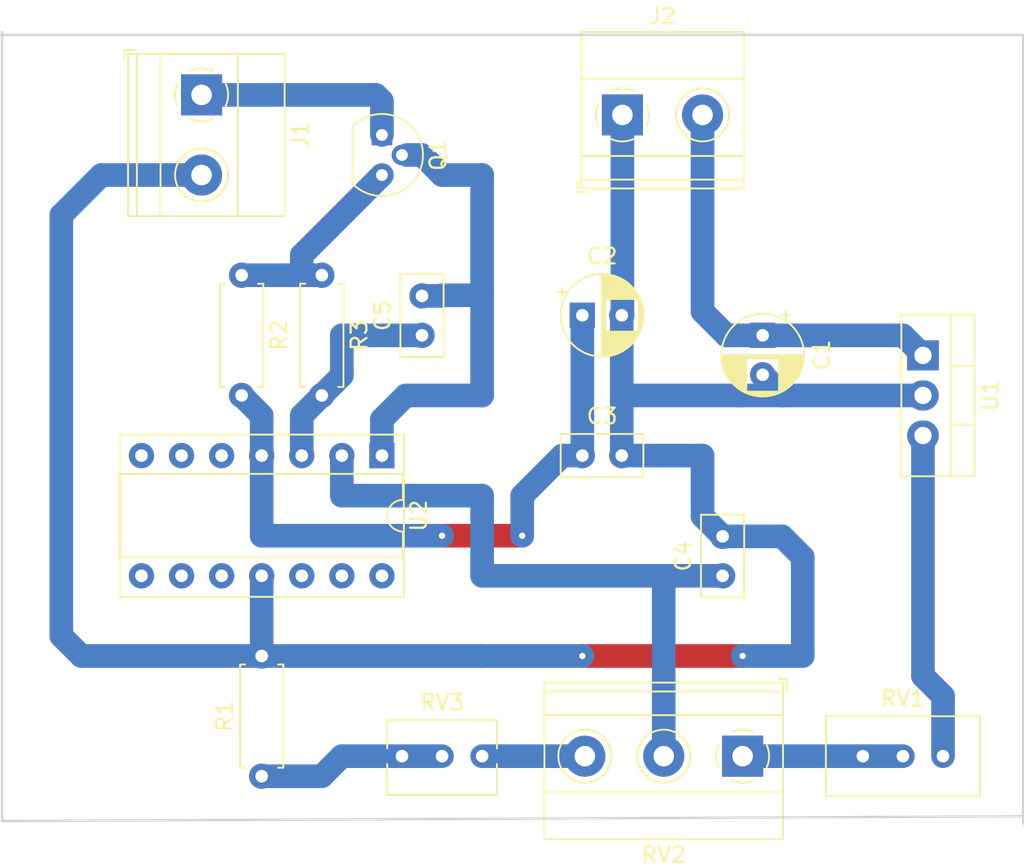
<source format=kicad_pcb>
(kicad_pcb (version 20171130) (host pcbnew "(5.0.0)")

  (general
    (thickness 1.6)
    (drawings 4)
    (tracks 82)
    (zones 0)
    (modules 16)
    (nets 12)
  )

  (page A4)
  (layers
    (0 F.Cu signal)
    (31 B.Cu signal)
    (32 B.Adhes user)
    (33 F.Adhes user)
    (34 B.Paste user)
    (35 F.Paste user)
    (36 B.SilkS user)
    (37 F.SilkS user)
    (38 B.Mask user)
    (39 F.Mask user)
    (40 Dwgs.User user)
    (41 Cmts.User user)
    (42 Eco1.User user)
    (43 Eco2.User user)
    (44 Edge.Cuts user)
    (45 Margin user)
    (46 B.CrtYd user)
    (47 F.CrtYd user)
    (48 B.Fab user)
    (49 F.Fab user)
  )

  (setup
    (last_trace_width 1.5)
    (trace_clearance 0.2)
    (zone_clearance 0.508)
    (zone_45_only no)
    (trace_min 0.2)
    (segment_width 0.2)
    (edge_width 0.15)
    (via_size 0.8)
    (via_drill 0.4)
    (via_min_size 0.4)
    (via_min_drill 0.3)
    (uvia_size 0.3)
    (uvia_drill 0.1)
    (uvias_allowed no)
    (uvia_min_size 0.2)
    (uvia_min_drill 0.1)
    (pcb_text_width 0.3)
    (pcb_text_size 1.5 1.5)
    (mod_edge_width 0.15)
    (mod_text_size 1 1)
    (mod_text_width 0.15)
    (pad_size 1.524 1.524)
    (pad_drill 0.762)
    (pad_to_mask_clearance 0.2)
    (aux_axis_origin 0 0)
    (visible_elements 7FFFFFFF)
    (pcbplotparams
      (layerselection 0x010fc_ffffffff)
      (usegerberextensions false)
      (usegerberattributes false)
      (usegerberadvancedattributes false)
      (creategerberjobfile false)
      (excludeedgelayer true)
      (linewidth 0.100000)
      (plotframeref false)
      (viasonmask false)
      (mode 1)
      (useauxorigin false)
      (hpglpennumber 1)
      (hpglpenspeed 20)
      (hpglpendiameter 15.000000)
      (psnegative false)
      (psa4output false)
      (plotreference true)
      (plotvalue true)
      (plotinvisibletext false)
      (padsonsilk false)
      (subtractmaskfromsilk false)
      (outputformat 1)
      (mirror false)
      (drillshape 1)
      (scaleselection 1)
      (outputdirectory "Export/"))
  )

  (net 0 "")
  (net 1 VCC)
  (net 2 GND)
  (net 3 "Net-(C2-Pad1)")
  (net 4 "Net-(C4-Pad1)")
  (net 5 "Net-(C5-Pad2)")
  (net 6 "Net-(C5-Pad1)")
  (net 7 "Net-(J1-Pad1)")
  (net 8 "Net-(R1-Pad1)")
  (net 9 "Net-(RV1-Pad2)")
  (net 10 "Net-(RV2-Pad3)")
  (net 11 "Net-(Q1-Pad3)")

  (net_class Default "Esta es la clase de red por defecto."
    (clearance 0.2)
    (trace_width 1.5)
    (via_dia 0.8)
    (via_drill 0.4)
    (uvia_dia 0.3)
    (uvia_drill 0.1)
    (add_net GND)
    (add_net "Net-(C2-Pad1)")
    (add_net "Net-(C4-Pad1)")
    (add_net "Net-(C5-Pad1)")
    (add_net "Net-(C5-Pad2)")
    (add_net "Net-(J1-Pad1)")
    (add_net "Net-(Q1-Pad3)")
    (add_net "Net-(R1-Pad1)")
    (add_net "Net-(RV1-Pad2)")
    (add_net "Net-(RV2-Pad3)")
    (add_net VCC)
  )

  (module Capacitor_THT:CP_Radial_D5.0mm_P2.50mm (layer F.Cu) (tedit 5AE50EF0) (tstamp 5BF743A2)
    (at 248.92 128.27 270)
    (descr "CP, Radial series, Radial, pin pitch=2.50mm, , diameter=5mm, Electrolytic Capacitor")
    (tags "CP Radial series Radial pin pitch 2.50mm  diameter 5mm Electrolytic Capacitor")
    (path /5B8C3B9E)
    (fp_text reference C1 (at 1.25 -3.75 270) (layer F.SilkS)
      (effects (font (size 1 1) (thickness 0.15)))
    )
    (fp_text value 10uF/35V (at 1.25 3.75 270) (layer F.Fab)
      (effects (font (size 1 1) (thickness 0.15)))
    )
    (fp_circle (center 1.25 0) (end 3.75 0) (layer F.Fab) (width 0.1))
    (fp_circle (center 1.25 0) (end 3.87 0) (layer F.SilkS) (width 0.12))
    (fp_circle (center 1.25 0) (end 4 0) (layer F.CrtYd) (width 0.05))
    (fp_line (start -0.883605 -1.0875) (end -0.383605 -1.0875) (layer F.Fab) (width 0.1))
    (fp_line (start -0.633605 -1.3375) (end -0.633605 -0.8375) (layer F.Fab) (width 0.1))
    (fp_line (start 1.25 -2.58) (end 1.25 2.58) (layer F.SilkS) (width 0.12))
    (fp_line (start 1.29 -2.58) (end 1.29 2.58) (layer F.SilkS) (width 0.12))
    (fp_line (start 1.33 -2.579) (end 1.33 2.579) (layer F.SilkS) (width 0.12))
    (fp_line (start 1.37 -2.578) (end 1.37 2.578) (layer F.SilkS) (width 0.12))
    (fp_line (start 1.41 -2.576) (end 1.41 2.576) (layer F.SilkS) (width 0.12))
    (fp_line (start 1.45 -2.573) (end 1.45 2.573) (layer F.SilkS) (width 0.12))
    (fp_line (start 1.49 -2.569) (end 1.49 -1.04) (layer F.SilkS) (width 0.12))
    (fp_line (start 1.49 1.04) (end 1.49 2.569) (layer F.SilkS) (width 0.12))
    (fp_line (start 1.53 -2.565) (end 1.53 -1.04) (layer F.SilkS) (width 0.12))
    (fp_line (start 1.53 1.04) (end 1.53 2.565) (layer F.SilkS) (width 0.12))
    (fp_line (start 1.57 -2.561) (end 1.57 -1.04) (layer F.SilkS) (width 0.12))
    (fp_line (start 1.57 1.04) (end 1.57 2.561) (layer F.SilkS) (width 0.12))
    (fp_line (start 1.61 -2.556) (end 1.61 -1.04) (layer F.SilkS) (width 0.12))
    (fp_line (start 1.61 1.04) (end 1.61 2.556) (layer F.SilkS) (width 0.12))
    (fp_line (start 1.65 -2.55) (end 1.65 -1.04) (layer F.SilkS) (width 0.12))
    (fp_line (start 1.65 1.04) (end 1.65 2.55) (layer F.SilkS) (width 0.12))
    (fp_line (start 1.69 -2.543) (end 1.69 -1.04) (layer F.SilkS) (width 0.12))
    (fp_line (start 1.69 1.04) (end 1.69 2.543) (layer F.SilkS) (width 0.12))
    (fp_line (start 1.73 -2.536) (end 1.73 -1.04) (layer F.SilkS) (width 0.12))
    (fp_line (start 1.73 1.04) (end 1.73 2.536) (layer F.SilkS) (width 0.12))
    (fp_line (start 1.77 -2.528) (end 1.77 -1.04) (layer F.SilkS) (width 0.12))
    (fp_line (start 1.77 1.04) (end 1.77 2.528) (layer F.SilkS) (width 0.12))
    (fp_line (start 1.81 -2.52) (end 1.81 -1.04) (layer F.SilkS) (width 0.12))
    (fp_line (start 1.81 1.04) (end 1.81 2.52) (layer F.SilkS) (width 0.12))
    (fp_line (start 1.85 -2.511) (end 1.85 -1.04) (layer F.SilkS) (width 0.12))
    (fp_line (start 1.85 1.04) (end 1.85 2.511) (layer F.SilkS) (width 0.12))
    (fp_line (start 1.89 -2.501) (end 1.89 -1.04) (layer F.SilkS) (width 0.12))
    (fp_line (start 1.89 1.04) (end 1.89 2.501) (layer F.SilkS) (width 0.12))
    (fp_line (start 1.93 -2.491) (end 1.93 -1.04) (layer F.SilkS) (width 0.12))
    (fp_line (start 1.93 1.04) (end 1.93 2.491) (layer F.SilkS) (width 0.12))
    (fp_line (start 1.971 -2.48) (end 1.971 -1.04) (layer F.SilkS) (width 0.12))
    (fp_line (start 1.971 1.04) (end 1.971 2.48) (layer F.SilkS) (width 0.12))
    (fp_line (start 2.011 -2.468) (end 2.011 -1.04) (layer F.SilkS) (width 0.12))
    (fp_line (start 2.011 1.04) (end 2.011 2.468) (layer F.SilkS) (width 0.12))
    (fp_line (start 2.051 -2.455) (end 2.051 -1.04) (layer F.SilkS) (width 0.12))
    (fp_line (start 2.051 1.04) (end 2.051 2.455) (layer F.SilkS) (width 0.12))
    (fp_line (start 2.091 -2.442) (end 2.091 -1.04) (layer F.SilkS) (width 0.12))
    (fp_line (start 2.091 1.04) (end 2.091 2.442) (layer F.SilkS) (width 0.12))
    (fp_line (start 2.131 -2.428) (end 2.131 -1.04) (layer F.SilkS) (width 0.12))
    (fp_line (start 2.131 1.04) (end 2.131 2.428) (layer F.SilkS) (width 0.12))
    (fp_line (start 2.171 -2.414) (end 2.171 -1.04) (layer F.SilkS) (width 0.12))
    (fp_line (start 2.171 1.04) (end 2.171 2.414) (layer F.SilkS) (width 0.12))
    (fp_line (start 2.211 -2.398) (end 2.211 -1.04) (layer F.SilkS) (width 0.12))
    (fp_line (start 2.211 1.04) (end 2.211 2.398) (layer F.SilkS) (width 0.12))
    (fp_line (start 2.251 -2.382) (end 2.251 -1.04) (layer F.SilkS) (width 0.12))
    (fp_line (start 2.251 1.04) (end 2.251 2.382) (layer F.SilkS) (width 0.12))
    (fp_line (start 2.291 -2.365) (end 2.291 -1.04) (layer F.SilkS) (width 0.12))
    (fp_line (start 2.291 1.04) (end 2.291 2.365) (layer F.SilkS) (width 0.12))
    (fp_line (start 2.331 -2.348) (end 2.331 -1.04) (layer F.SilkS) (width 0.12))
    (fp_line (start 2.331 1.04) (end 2.331 2.348) (layer F.SilkS) (width 0.12))
    (fp_line (start 2.371 -2.329) (end 2.371 -1.04) (layer F.SilkS) (width 0.12))
    (fp_line (start 2.371 1.04) (end 2.371 2.329) (layer F.SilkS) (width 0.12))
    (fp_line (start 2.411 -2.31) (end 2.411 -1.04) (layer F.SilkS) (width 0.12))
    (fp_line (start 2.411 1.04) (end 2.411 2.31) (layer F.SilkS) (width 0.12))
    (fp_line (start 2.451 -2.29) (end 2.451 -1.04) (layer F.SilkS) (width 0.12))
    (fp_line (start 2.451 1.04) (end 2.451 2.29) (layer F.SilkS) (width 0.12))
    (fp_line (start 2.491 -2.268) (end 2.491 -1.04) (layer F.SilkS) (width 0.12))
    (fp_line (start 2.491 1.04) (end 2.491 2.268) (layer F.SilkS) (width 0.12))
    (fp_line (start 2.531 -2.247) (end 2.531 -1.04) (layer F.SilkS) (width 0.12))
    (fp_line (start 2.531 1.04) (end 2.531 2.247) (layer F.SilkS) (width 0.12))
    (fp_line (start 2.571 -2.224) (end 2.571 -1.04) (layer F.SilkS) (width 0.12))
    (fp_line (start 2.571 1.04) (end 2.571 2.224) (layer F.SilkS) (width 0.12))
    (fp_line (start 2.611 -2.2) (end 2.611 -1.04) (layer F.SilkS) (width 0.12))
    (fp_line (start 2.611 1.04) (end 2.611 2.2) (layer F.SilkS) (width 0.12))
    (fp_line (start 2.651 -2.175) (end 2.651 -1.04) (layer F.SilkS) (width 0.12))
    (fp_line (start 2.651 1.04) (end 2.651 2.175) (layer F.SilkS) (width 0.12))
    (fp_line (start 2.691 -2.149) (end 2.691 -1.04) (layer F.SilkS) (width 0.12))
    (fp_line (start 2.691 1.04) (end 2.691 2.149) (layer F.SilkS) (width 0.12))
    (fp_line (start 2.731 -2.122) (end 2.731 -1.04) (layer F.SilkS) (width 0.12))
    (fp_line (start 2.731 1.04) (end 2.731 2.122) (layer F.SilkS) (width 0.12))
    (fp_line (start 2.771 -2.095) (end 2.771 -1.04) (layer F.SilkS) (width 0.12))
    (fp_line (start 2.771 1.04) (end 2.771 2.095) (layer F.SilkS) (width 0.12))
    (fp_line (start 2.811 -2.065) (end 2.811 -1.04) (layer F.SilkS) (width 0.12))
    (fp_line (start 2.811 1.04) (end 2.811 2.065) (layer F.SilkS) (width 0.12))
    (fp_line (start 2.851 -2.035) (end 2.851 -1.04) (layer F.SilkS) (width 0.12))
    (fp_line (start 2.851 1.04) (end 2.851 2.035) (layer F.SilkS) (width 0.12))
    (fp_line (start 2.891 -2.004) (end 2.891 -1.04) (layer F.SilkS) (width 0.12))
    (fp_line (start 2.891 1.04) (end 2.891 2.004) (layer F.SilkS) (width 0.12))
    (fp_line (start 2.931 -1.971) (end 2.931 -1.04) (layer F.SilkS) (width 0.12))
    (fp_line (start 2.931 1.04) (end 2.931 1.971) (layer F.SilkS) (width 0.12))
    (fp_line (start 2.971 -1.937) (end 2.971 -1.04) (layer F.SilkS) (width 0.12))
    (fp_line (start 2.971 1.04) (end 2.971 1.937) (layer F.SilkS) (width 0.12))
    (fp_line (start 3.011 -1.901) (end 3.011 -1.04) (layer F.SilkS) (width 0.12))
    (fp_line (start 3.011 1.04) (end 3.011 1.901) (layer F.SilkS) (width 0.12))
    (fp_line (start 3.051 -1.864) (end 3.051 -1.04) (layer F.SilkS) (width 0.12))
    (fp_line (start 3.051 1.04) (end 3.051 1.864) (layer F.SilkS) (width 0.12))
    (fp_line (start 3.091 -1.826) (end 3.091 -1.04) (layer F.SilkS) (width 0.12))
    (fp_line (start 3.091 1.04) (end 3.091 1.826) (layer F.SilkS) (width 0.12))
    (fp_line (start 3.131 -1.785) (end 3.131 -1.04) (layer F.SilkS) (width 0.12))
    (fp_line (start 3.131 1.04) (end 3.131 1.785) (layer F.SilkS) (width 0.12))
    (fp_line (start 3.171 -1.743) (end 3.171 -1.04) (layer F.SilkS) (width 0.12))
    (fp_line (start 3.171 1.04) (end 3.171 1.743) (layer F.SilkS) (width 0.12))
    (fp_line (start 3.211 -1.699) (end 3.211 -1.04) (layer F.SilkS) (width 0.12))
    (fp_line (start 3.211 1.04) (end 3.211 1.699) (layer F.SilkS) (width 0.12))
    (fp_line (start 3.251 -1.653) (end 3.251 -1.04) (layer F.SilkS) (width 0.12))
    (fp_line (start 3.251 1.04) (end 3.251 1.653) (layer F.SilkS) (width 0.12))
    (fp_line (start 3.291 -1.605) (end 3.291 -1.04) (layer F.SilkS) (width 0.12))
    (fp_line (start 3.291 1.04) (end 3.291 1.605) (layer F.SilkS) (width 0.12))
    (fp_line (start 3.331 -1.554) (end 3.331 -1.04) (layer F.SilkS) (width 0.12))
    (fp_line (start 3.331 1.04) (end 3.331 1.554) (layer F.SilkS) (width 0.12))
    (fp_line (start 3.371 -1.5) (end 3.371 -1.04) (layer F.SilkS) (width 0.12))
    (fp_line (start 3.371 1.04) (end 3.371 1.5) (layer F.SilkS) (width 0.12))
    (fp_line (start 3.411 -1.443) (end 3.411 -1.04) (layer F.SilkS) (width 0.12))
    (fp_line (start 3.411 1.04) (end 3.411 1.443) (layer F.SilkS) (width 0.12))
    (fp_line (start 3.451 -1.383) (end 3.451 -1.04) (layer F.SilkS) (width 0.12))
    (fp_line (start 3.451 1.04) (end 3.451 1.383) (layer F.SilkS) (width 0.12))
    (fp_line (start 3.491 -1.319) (end 3.491 -1.04) (layer F.SilkS) (width 0.12))
    (fp_line (start 3.491 1.04) (end 3.491 1.319) (layer F.SilkS) (width 0.12))
    (fp_line (start 3.531 -1.251) (end 3.531 -1.04) (layer F.SilkS) (width 0.12))
    (fp_line (start 3.531 1.04) (end 3.531 1.251) (layer F.SilkS) (width 0.12))
    (fp_line (start 3.571 -1.178) (end 3.571 1.178) (layer F.SilkS) (width 0.12))
    (fp_line (start 3.611 -1.098) (end 3.611 1.098) (layer F.SilkS) (width 0.12))
    (fp_line (start 3.651 -1.011) (end 3.651 1.011) (layer F.SilkS) (width 0.12))
    (fp_line (start 3.691 -0.915) (end 3.691 0.915) (layer F.SilkS) (width 0.12))
    (fp_line (start 3.731 -0.805) (end 3.731 0.805) (layer F.SilkS) (width 0.12))
    (fp_line (start 3.771 -0.677) (end 3.771 0.677) (layer F.SilkS) (width 0.12))
    (fp_line (start 3.811 -0.518) (end 3.811 0.518) (layer F.SilkS) (width 0.12))
    (fp_line (start 3.851 -0.284) (end 3.851 0.284) (layer F.SilkS) (width 0.12))
    (fp_line (start -1.554775 -1.475) (end -1.054775 -1.475) (layer F.SilkS) (width 0.12))
    (fp_line (start -1.304775 -1.725) (end -1.304775 -1.225) (layer F.SilkS) (width 0.12))
    (fp_text user %R (at 1.25 0 270) (layer F.Fab)
      (effects (font (size 1 1) (thickness 0.15)))
    )
    (pad 1 thru_hole rect (at 0 0 270) (size 1.6 1.6) (drill 0.8) (layers *.Cu *.Mask)
      (net 1 VCC))
    (pad 2 thru_hole circle (at 2.5 0 270) (size 1.6 1.6) (drill 0.8) (layers *.Cu *.Mask)
      (net 2 GND))
    (model ${KISYS3DMOD}/Capacitor_THT.3dshapes/CP_Radial_D5.0mm_P2.50mm.wrl
      (at (xyz 0 0 0))
      (scale (xyz 1 1 1))
      (rotate (xyz 0 0 0))
    )
  )

  (module Capacitor_THT:CP_Radial_D5.0mm_P2.50mm (layer F.Cu) (tedit 5AE50EF0) (tstamp 5BF74426)
    (at 237.49 127)
    (descr "CP, Radial series, Radial, pin pitch=2.50mm, , diameter=5mm, Electrolytic Capacitor")
    (tags "CP Radial series Radial pin pitch 2.50mm  diameter 5mm Electrolytic Capacitor")
    (path /5B8C3C56)
    (fp_text reference C2 (at 1.25 -3.75) (layer F.SilkS)
      (effects (font (size 1 1) (thickness 0.15)))
    )
    (fp_text value 10uF/25V (at 1.25 3.75) (layer F.Fab)
      (effects (font (size 1 1) (thickness 0.15)))
    )
    (fp_text user %R (at 1.25 0) (layer F.Fab)
      (effects (font (size 1 1) (thickness 0.15)))
    )
    (fp_line (start -1.304775 -1.725) (end -1.304775 -1.225) (layer F.SilkS) (width 0.12))
    (fp_line (start -1.554775 -1.475) (end -1.054775 -1.475) (layer F.SilkS) (width 0.12))
    (fp_line (start 3.851 -0.284) (end 3.851 0.284) (layer F.SilkS) (width 0.12))
    (fp_line (start 3.811 -0.518) (end 3.811 0.518) (layer F.SilkS) (width 0.12))
    (fp_line (start 3.771 -0.677) (end 3.771 0.677) (layer F.SilkS) (width 0.12))
    (fp_line (start 3.731 -0.805) (end 3.731 0.805) (layer F.SilkS) (width 0.12))
    (fp_line (start 3.691 -0.915) (end 3.691 0.915) (layer F.SilkS) (width 0.12))
    (fp_line (start 3.651 -1.011) (end 3.651 1.011) (layer F.SilkS) (width 0.12))
    (fp_line (start 3.611 -1.098) (end 3.611 1.098) (layer F.SilkS) (width 0.12))
    (fp_line (start 3.571 -1.178) (end 3.571 1.178) (layer F.SilkS) (width 0.12))
    (fp_line (start 3.531 1.04) (end 3.531 1.251) (layer F.SilkS) (width 0.12))
    (fp_line (start 3.531 -1.251) (end 3.531 -1.04) (layer F.SilkS) (width 0.12))
    (fp_line (start 3.491 1.04) (end 3.491 1.319) (layer F.SilkS) (width 0.12))
    (fp_line (start 3.491 -1.319) (end 3.491 -1.04) (layer F.SilkS) (width 0.12))
    (fp_line (start 3.451 1.04) (end 3.451 1.383) (layer F.SilkS) (width 0.12))
    (fp_line (start 3.451 -1.383) (end 3.451 -1.04) (layer F.SilkS) (width 0.12))
    (fp_line (start 3.411 1.04) (end 3.411 1.443) (layer F.SilkS) (width 0.12))
    (fp_line (start 3.411 -1.443) (end 3.411 -1.04) (layer F.SilkS) (width 0.12))
    (fp_line (start 3.371 1.04) (end 3.371 1.5) (layer F.SilkS) (width 0.12))
    (fp_line (start 3.371 -1.5) (end 3.371 -1.04) (layer F.SilkS) (width 0.12))
    (fp_line (start 3.331 1.04) (end 3.331 1.554) (layer F.SilkS) (width 0.12))
    (fp_line (start 3.331 -1.554) (end 3.331 -1.04) (layer F.SilkS) (width 0.12))
    (fp_line (start 3.291 1.04) (end 3.291 1.605) (layer F.SilkS) (width 0.12))
    (fp_line (start 3.291 -1.605) (end 3.291 -1.04) (layer F.SilkS) (width 0.12))
    (fp_line (start 3.251 1.04) (end 3.251 1.653) (layer F.SilkS) (width 0.12))
    (fp_line (start 3.251 -1.653) (end 3.251 -1.04) (layer F.SilkS) (width 0.12))
    (fp_line (start 3.211 1.04) (end 3.211 1.699) (layer F.SilkS) (width 0.12))
    (fp_line (start 3.211 -1.699) (end 3.211 -1.04) (layer F.SilkS) (width 0.12))
    (fp_line (start 3.171 1.04) (end 3.171 1.743) (layer F.SilkS) (width 0.12))
    (fp_line (start 3.171 -1.743) (end 3.171 -1.04) (layer F.SilkS) (width 0.12))
    (fp_line (start 3.131 1.04) (end 3.131 1.785) (layer F.SilkS) (width 0.12))
    (fp_line (start 3.131 -1.785) (end 3.131 -1.04) (layer F.SilkS) (width 0.12))
    (fp_line (start 3.091 1.04) (end 3.091 1.826) (layer F.SilkS) (width 0.12))
    (fp_line (start 3.091 -1.826) (end 3.091 -1.04) (layer F.SilkS) (width 0.12))
    (fp_line (start 3.051 1.04) (end 3.051 1.864) (layer F.SilkS) (width 0.12))
    (fp_line (start 3.051 -1.864) (end 3.051 -1.04) (layer F.SilkS) (width 0.12))
    (fp_line (start 3.011 1.04) (end 3.011 1.901) (layer F.SilkS) (width 0.12))
    (fp_line (start 3.011 -1.901) (end 3.011 -1.04) (layer F.SilkS) (width 0.12))
    (fp_line (start 2.971 1.04) (end 2.971 1.937) (layer F.SilkS) (width 0.12))
    (fp_line (start 2.971 -1.937) (end 2.971 -1.04) (layer F.SilkS) (width 0.12))
    (fp_line (start 2.931 1.04) (end 2.931 1.971) (layer F.SilkS) (width 0.12))
    (fp_line (start 2.931 -1.971) (end 2.931 -1.04) (layer F.SilkS) (width 0.12))
    (fp_line (start 2.891 1.04) (end 2.891 2.004) (layer F.SilkS) (width 0.12))
    (fp_line (start 2.891 -2.004) (end 2.891 -1.04) (layer F.SilkS) (width 0.12))
    (fp_line (start 2.851 1.04) (end 2.851 2.035) (layer F.SilkS) (width 0.12))
    (fp_line (start 2.851 -2.035) (end 2.851 -1.04) (layer F.SilkS) (width 0.12))
    (fp_line (start 2.811 1.04) (end 2.811 2.065) (layer F.SilkS) (width 0.12))
    (fp_line (start 2.811 -2.065) (end 2.811 -1.04) (layer F.SilkS) (width 0.12))
    (fp_line (start 2.771 1.04) (end 2.771 2.095) (layer F.SilkS) (width 0.12))
    (fp_line (start 2.771 -2.095) (end 2.771 -1.04) (layer F.SilkS) (width 0.12))
    (fp_line (start 2.731 1.04) (end 2.731 2.122) (layer F.SilkS) (width 0.12))
    (fp_line (start 2.731 -2.122) (end 2.731 -1.04) (layer F.SilkS) (width 0.12))
    (fp_line (start 2.691 1.04) (end 2.691 2.149) (layer F.SilkS) (width 0.12))
    (fp_line (start 2.691 -2.149) (end 2.691 -1.04) (layer F.SilkS) (width 0.12))
    (fp_line (start 2.651 1.04) (end 2.651 2.175) (layer F.SilkS) (width 0.12))
    (fp_line (start 2.651 -2.175) (end 2.651 -1.04) (layer F.SilkS) (width 0.12))
    (fp_line (start 2.611 1.04) (end 2.611 2.2) (layer F.SilkS) (width 0.12))
    (fp_line (start 2.611 -2.2) (end 2.611 -1.04) (layer F.SilkS) (width 0.12))
    (fp_line (start 2.571 1.04) (end 2.571 2.224) (layer F.SilkS) (width 0.12))
    (fp_line (start 2.571 -2.224) (end 2.571 -1.04) (layer F.SilkS) (width 0.12))
    (fp_line (start 2.531 1.04) (end 2.531 2.247) (layer F.SilkS) (width 0.12))
    (fp_line (start 2.531 -2.247) (end 2.531 -1.04) (layer F.SilkS) (width 0.12))
    (fp_line (start 2.491 1.04) (end 2.491 2.268) (layer F.SilkS) (width 0.12))
    (fp_line (start 2.491 -2.268) (end 2.491 -1.04) (layer F.SilkS) (width 0.12))
    (fp_line (start 2.451 1.04) (end 2.451 2.29) (layer F.SilkS) (width 0.12))
    (fp_line (start 2.451 -2.29) (end 2.451 -1.04) (layer F.SilkS) (width 0.12))
    (fp_line (start 2.411 1.04) (end 2.411 2.31) (layer F.SilkS) (width 0.12))
    (fp_line (start 2.411 -2.31) (end 2.411 -1.04) (layer F.SilkS) (width 0.12))
    (fp_line (start 2.371 1.04) (end 2.371 2.329) (layer F.SilkS) (width 0.12))
    (fp_line (start 2.371 -2.329) (end 2.371 -1.04) (layer F.SilkS) (width 0.12))
    (fp_line (start 2.331 1.04) (end 2.331 2.348) (layer F.SilkS) (width 0.12))
    (fp_line (start 2.331 -2.348) (end 2.331 -1.04) (layer F.SilkS) (width 0.12))
    (fp_line (start 2.291 1.04) (end 2.291 2.365) (layer F.SilkS) (width 0.12))
    (fp_line (start 2.291 -2.365) (end 2.291 -1.04) (layer F.SilkS) (width 0.12))
    (fp_line (start 2.251 1.04) (end 2.251 2.382) (layer F.SilkS) (width 0.12))
    (fp_line (start 2.251 -2.382) (end 2.251 -1.04) (layer F.SilkS) (width 0.12))
    (fp_line (start 2.211 1.04) (end 2.211 2.398) (layer F.SilkS) (width 0.12))
    (fp_line (start 2.211 -2.398) (end 2.211 -1.04) (layer F.SilkS) (width 0.12))
    (fp_line (start 2.171 1.04) (end 2.171 2.414) (layer F.SilkS) (width 0.12))
    (fp_line (start 2.171 -2.414) (end 2.171 -1.04) (layer F.SilkS) (width 0.12))
    (fp_line (start 2.131 1.04) (end 2.131 2.428) (layer F.SilkS) (width 0.12))
    (fp_line (start 2.131 -2.428) (end 2.131 -1.04) (layer F.SilkS) (width 0.12))
    (fp_line (start 2.091 1.04) (end 2.091 2.442) (layer F.SilkS) (width 0.12))
    (fp_line (start 2.091 -2.442) (end 2.091 -1.04) (layer F.SilkS) (width 0.12))
    (fp_line (start 2.051 1.04) (end 2.051 2.455) (layer F.SilkS) (width 0.12))
    (fp_line (start 2.051 -2.455) (end 2.051 -1.04) (layer F.SilkS) (width 0.12))
    (fp_line (start 2.011 1.04) (end 2.011 2.468) (layer F.SilkS) (width 0.12))
    (fp_line (start 2.011 -2.468) (end 2.011 -1.04) (layer F.SilkS) (width 0.12))
    (fp_line (start 1.971 1.04) (end 1.971 2.48) (layer F.SilkS) (width 0.12))
    (fp_line (start 1.971 -2.48) (end 1.971 -1.04) (layer F.SilkS) (width 0.12))
    (fp_line (start 1.93 1.04) (end 1.93 2.491) (layer F.SilkS) (width 0.12))
    (fp_line (start 1.93 -2.491) (end 1.93 -1.04) (layer F.SilkS) (width 0.12))
    (fp_line (start 1.89 1.04) (end 1.89 2.501) (layer F.SilkS) (width 0.12))
    (fp_line (start 1.89 -2.501) (end 1.89 -1.04) (layer F.SilkS) (width 0.12))
    (fp_line (start 1.85 1.04) (end 1.85 2.511) (layer F.SilkS) (width 0.12))
    (fp_line (start 1.85 -2.511) (end 1.85 -1.04) (layer F.SilkS) (width 0.12))
    (fp_line (start 1.81 1.04) (end 1.81 2.52) (layer F.SilkS) (width 0.12))
    (fp_line (start 1.81 -2.52) (end 1.81 -1.04) (layer F.SilkS) (width 0.12))
    (fp_line (start 1.77 1.04) (end 1.77 2.528) (layer F.SilkS) (width 0.12))
    (fp_line (start 1.77 -2.528) (end 1.77 -1.04) (layer F.SilkS) (width 0.12))
    (fp_line (start 1.73 1.04) (end 1.73 2.536) (layer F.SilkS) (width 0.12))
    (fp_line (start 1.73 -2.536) (end 1.73 -1.04) (layer F.SilkS) (width 0.12))
    (fp_line (start 1.69 1.04) (end 1.69 2.543) (layer F.SilkS) (width 0.12))
    (fp_line (start 1.69 -2.543) (end 1.69 -1.04) (layer F.SilkS) (width 0.12))
    (fp_line (start 1.65 1.04) (end 1.65 2.55) (layer F.SilkS) (width 0.12))
    (fp_line (start 1.65 -2.55) (end 1.65 -1.04) (layer F.SilkS) (width 0.12))
    (fp_line (start 1.61 1.04) (end 1.61 2.556) (layer F.SilkS) (width 0.12))
    (fp_line (start 1.61 -2.556) (end 1.61 -1.04) (layer F.SilkS) (width 0.12))
    (fp_line (start 1.57 1.04) (end 1.57 2.561) (layer F.SilkS) (width 0.12))
    (fp_line (start 1.57 -2.561) (end 1.57 -1.04) (layer F.SilkS) (width 0.12))
    (fp_line (start 1.53 1.04) (end 1.53 2.565) (layer F.SilkS) (width 0.12))
    (fp_line (start 1.53 -2.565) (end 1.53 -1.04) (layer F.SilkS) (width 0.12))
    (fp_line (start 1.49 1.04) (end 1.49 2.569) (layer F.SilkS) (width 0.12))
    (fp_line (start 1.49 -2.569) (end 1.49 -1.04) (layer F.SilkS) (width 0.12))
    (fp_line (start 1.45 -2.573) (end 1.45 2.573) (layer F.SilkS) (width 0.12))
    (fp_line (start 1.41 -2.576) (end 1.41 2.576) (layer F.SilkS) (width 0.12))
    (fp_line (start 1.37 -2.578) (end 1.37 2.578) (layer F.SilkS) (width 0.12))
    (fp_line (start 1.33 -2.579) (end 1.33 2.579) (layer F.SilkS) (width 0.12))
    (fp_line (start 1.29 -2.58) (end 1.29 2.58) (layer F.SilkS) (width 0.12))
    (fp_line (start 1.25 -2.58) (end 1.25 2.58) (layer F.SilkS) (width 0.12))
    (fp_line (start -0.633605 -1.3375) (end -0.633605 -0.8375) (layer F.Fab) (width 0.1))
    (fp_line (start -0.883605 -1.0875) (end -0.383605 -1.0875) (layer F.Fab) (width 0.1))
    (fp_circle (center 1.25 0) (end 4 0) (layer F.CrtYd) (width 0.05))
    (fp_circle (center 1.25 0) (end 3.87 0) (layer F.SilkS) (width 0.12))
    (fp_circle (center 1.25 0) (end 3.75 0) (layer F.Fab) (width 0.1))
    (pad 2 thru_hole circle (at 2.5 0) (size 1.6 1.6) (drill 0.8) (layers *.Cu *.Mask)
      (net 2 GND))
    (pad 1 thru_hole rect (at 0 0) (size 1.6 1.6) (drill 0.8) (layers *.Cu *.Mask)
      (net 3 "Net-(C2-Pad1)"))
    (model ${KISYS3DMOD}/Capacitor_THT.3dshapes/CP_Radial_D5.0mm_P2.50mm.wrl
      (at (xyz 0 0 0))
      (scale (xyz 1 1 1))
      (rotate (xyz 0 0 0))
    )
  )

  (module Capacitor_THT:C_Disc_D5.0mm_W2.5mm_P2.50mm (layer F.Cu) (tedit 5AE50EF0) (tstamp 5BF74439)
    (at 237.49 135.89)
    (descr "C, Disc series, Radial, pin pitch=2.50mm, , diameter*width=5*2.5mm^2, Capacitor, http://cdn-reichelt.de/documents/datenblatt/B300/DS_KERKO_TC.pdf")
    (tags "C Disc series Radial pin pitch 2.50mm  diameter 5mm width 2.5mm Capacitor")
    (path /5B8C3D39)
    (fp_text reference C3 (at 1.25 -2.5) (layer F.SilkS)
      (effects (font (size 1 1) (thickness 0.15)))
    )
    (fp_text value 0.1uF (at 1.25 2.5) (layer F.Fab)
      (effects (font (size 1 1) (thickness 0.15)))
    )
    (fp_line (start -1.25 -1.25) (end -1.25 1.25) (layer F.Fab) (width 0.1))
    (fp_line (start -1.25 1.25) (end 3.75 1.25) (layer F.Fab) (width 0.1))
    (fp_line (start 3.75 1.25) (end 3.75 -1.25) (layer F.Fab) (width 0.1))
    (fp_line (start 3.75 -1.25) (end -1.25 -1.25) (layer F.Fab) (width 0.1))
    (fp_line (start -1.37 -1.37) (end 3.87 -1.37) (layer F.SilkS) (width 0.12))
    (fp_line (start -1.37 1.37) (end 3.87 1.37) (layer F.SilkS) (width 0.12))
    (fp_line (start -1.37 -1.37) (end -1.37 1.37) (layer F.SilkS) (width 0.12))
    (fp_line (start 3.87 -1.37) (end 3.87 1.37) (layer F.SilkS) (width 0.12))
    (fp_line (start -1.5 -1.5) (end -1.5 1.5) (layer F.CrtYd) (width 0.05))
    (fp_line (start -1.5 1.5) (end 4 1.5) (layer F.CrtYd) (width 0.05))
    (fp_line (start 4 1.5) (end 4 -1.5) (layer F.CrtYd) (width 0.05))
    (fp_line (start 4 -1.5) (end -1.5 -1.5) (layer F.CrtYd) (width 0.05))
    (fp_text user %R (at 1.25 0) (layer F.Fab)
      (effects (font (size 1 1) (thickness 0.15)))
    )
    (pad 1 thru_hole circle (at 0 0) (size 1.6 1.6) (drill 0.8) (layers *.Cu *.Mask)
      (net 3 "Net-(C2-Pad1)"))
    (pad 2 thru_hole circle (at 2.5 0) (size 1.6 1.6) (drill 0.8) (layers *.Cu *.Mask)
      (net 2 GND))
    (model ${KISYS3DMOD}/Capacitor_THT.3dshapes/C_Disc_D5.0mm_W2.5mm_P2.50mm.wrl
      (at (xyz 0 0 0))
      (scale (xyz 1 1 1))
      (rotate (xyz 0 0 0))
    )
  )

  (module Capacitor_THT:C_Disc_D5.0mm_W2.5mm_P2.50mm (layer F.Cu) (tedit 5AE50EF0) (tstamp 5BF7444C)
    (at 246.38 143.51 90)
    (descr "C, Disc series, Radial, pin pitch=2.50mm, , diameter*width=5*2.5mm^2, Capacitor, http://cdn-reichelt.de/documents/datenblatt/B300/DS_KERKO_TC.pdf")
    (tags "C Disc series Radial pin pitch 2.50mm  diameter 5mm width 2.5mm Capacitor")
    (path /5B8CAF08)
    (fp_text reference C4 (at 1.25 -2.5 90) (layer F.SilkS)
      (effects (font (size 1 1) (thickness 0.15)))
    )
    (fp_text value 0,1uF (at 1.25 2.5 90) (layer F.Fab)
      (effects (font (size 1 1) (thickness 0.15)))
    )
    (fp_line (start -1.25 -1.25) (end -1.25 1.25) (layer F.Fab) (width 0.1))
    (fp_line (start -1.25 1.25) (end 3.75 1.25) (layer F.Fab) (width 0.1))
    (fp_line (start 3.75 1.25) (end 3.75 -1.25) (layer F.Fab) (width 0.1))
    (fp_line (start 3.75 -1.25) (end -1.25 -1.25) (layer F.Fab) (width 0.1))
    (fp_line (start -1.37 -1.37) (end 3.87 -1.37) (layer F.SilkS) (width 0.12))
    (fp_line (start -1.37 1.37) (end 3.87 1.37) (layer F.SilkS) (width 0.12))
    (fp_line (start -1.37 -1.37) (end -1.37 1.37) (layer F.SilkS) (width 0.12))
    (fp_line (start 3.87 -1.37) (end 3.87 1.37) (layer F.SilkS) (width 0.12))
    (fp_line (start -1.5 -1.5) (end -1.5 1.5) (layer F.CrtYd) (width 0.05))
    (fp_line (start -1.5 1.5) (end 4 1.5) (layer F.CrtYd) (width 0.05))
    (fp_line (start 4 1.5) (end 4 -1.5) (layer F.CrtYd) (width 0.05))
    (fp_line (start 4 -1.5) (end -1.5 -1.5) (layer F.CrtYd) (width 0.05))
    (fp_text user %R (at 1.25 0 90) (layer F.Fab)
      (effects (font (size 1 1) (thickness 0.15)))
    )
    (pad 1 thru_hole circle (at 0 0 90) (size 1.6 1.6) (drill 0.8) (layers *.Cu *.Mask)
      (net 4 "Net-(C4-Pad1)"))
    (pad 2 thru_hole circle (at 2.5 0 90) (size 1.6 1.6) (drill 0.8) (layers *.Cu *.Mask)
      (net 2 GND))
    (model ${KISYS3DMOD}/Capacitor_THT.3dshapes/C_Disc_D5.0mm_W2.5mm_P2.50mm.wrl
      (at (xyz 0 0 0))
      (scale (xyz 1 1 1))
      (rotate (xyz 0 0 0))
    )
  )

  (module Capacitor_THT:C_Disc_D5.0mm_W2.5mm_P2.50mm (layer F.Cu) (tedit 5AE50EF0) (tstamp 5BF7445F)
    (at 227.33 128.27 90)
    (descr "C, Disc series, Radial, pin pitch=2.50mm, , diameter*width=5*2.5mm^2, Capacitor, http://cdn-reichelt.de/documents/datenblatt/B300/DS_KERKO_TC.pdf")
    (tags "C Disc series Radial pin pitch 2.50mm  diameter 5mm width 2.5mm Capacitor")
    (path /5B8C4953)
    (fp_text reference C5 (at 1.25 -2.5 90) (layer F.SilkS)
      (effects (font (size 1 1) (thickness 0.15)))
    )
    (fp_text value 100pF (at 1.25 2.5 90) (layer F.Fab)
      (effects (font (size 1 1) (thickness 0.15)))
    )
    (fp_text user %R (at 1.25 0 90) (layer F.Fab)
      (effects (font (size 1 1) (thickness 0.15)))
    )
    (fp_line (start 4 -1.5) (end -1.5 -1.5) (layer F.CrtYd) (width 0.05))
    (fp_line (start 4 1.5) (end 4 -1.5) (layer F.CrtYd) (width 0.05))
    (fp_line (start -1.5 1.5) (end 4 1.5) (layer F.CrtYd) (width 0.05))
    (fp_line (start -1.5 -1.5) (end -1.5 1.5) (layer F.CrtYd) (width 0.05))
    (fp_line (start 3.87 -1.37) (end 3.87 1.37) (layer F.SilkS) (width 0.12))
    (fp_line (start -1.37 -1.37) (end -1.37 1.37) (layer F.SilkS) (width 0.12))
    (fp_line (start -1.37 1.37) (end 3.87 1.37) (layer F.SilkS) (width 0.12))
    (fp_line (start -1.37 -1.37) (end 3.87 -1.37) (layer F.SilkS) (width 0.12))
    (fp_line (start 3.75 -1.25) (end -1.25 -1.25) (layer F.Fab) (width 0.1))
    (fp_line (start 3.75 1.25) (end 3.75 -1.25) (layer F.Fab) (width 0.1))
    (fp_line (start -1.25 1.25) (end 3.75 1.25) (layer F.Fab) (width 0.1))
    (fp_line (start -1.25 -1.25) (end -1.25 1.25) (layer F.Fab) (width 0.1))
    (pad 2 thru_hole circle (at 2.5 0 90) (size 1.6 1.6) (drill 0.8) (layers *.Cu *.Mask)
      (net 5 "Net-(C5-Pad2)"))
    (pad 1 thru_hole circle (at 0 0 90) (size 1.6 1.6) (drill 0.8) (layers *.Cu *.Mask)
      (net 6 "Net-(C5-Pad1)"))
    (model ${KISYS3DMOD}/Capacitor_THT.3dshapes/C_Disc_D5.0mm_W2.5mm_P2.50mm.wrl
      (at (xyz 0 0 0))
      (scale (xyz 1 1 1))
      (rotate (xyz 0 0 0))
    )
  )

  (module TerminalBlock_Phoenix:TerminalBlock_Phoenix_MKDS-1,5-2-5.08_1x02_P5.08mm_Horizontal (layer F.Cu) (tedit 5B294EBC) (tstamp 5BF7448B)
    (at 213.36 113.03 270)
    (descr "Terminal Block Phoenix MKDS-1,5-2-5.08, 2 pins, pitch 5.08mm, size 10.2x9.8mm^2, drill diamater 1.3mm, pad diameter 2.6mm, see http://www.farnell.com/datasheets/100425.pdf, script-generated using https://github.com/pointhi/kicad-footprint-generator/scripts/TerminalBlock_Phoenix")
    (tags "THT Terminal Block Phoenix MKDS-1,5-2-5.08 pitch 5.08mm size 10.2x9.8mm^2 drill 1.3mm pad 2.6mm")
    (path /5B8D3374)
    (fp_text reference J1 (at 2.54 -6.26 270) (layer F.SilkS)
      (effects (font (size 1 1) (thickness 0.15)))
    )
    (fp_text value Screw_Terminal_01x02 (at 2.54 5.66 270) (layer F.Fab)
      (effects (font (size 1 1) (thickness 0.15)))
    )
    (fp_text user %R (at 2.54 3.2 270) (layer F.Fab)
      (effects (font (size 1 1) (thickness 0.15)))
    )
    (fp_line (start 8.13 -5.71) (end -3.04 -5.71) (layer F.CrtYd) (width 0.05))
    (fp_line (start 8.13 5.1) (end 8.13 -5.71) (layer F.CrtYd) (width 0.05))
    (fp_line (start -3.04 5.1) (end 8.13 5.1) (layer F.CrtYd) (width 0.05))
    (fp_line (start -3.04 -5.71) (end -3.04 5.1) (layer F.CrtYd) (width 0.05))
    (fp_line (start -2.84 4.9) (end -2.34 4.9) (layer F.SilkS) (width 0.12))
    (fp_line (start -2.84 4.16) (end -2.84 4.9) (layer F.SilkS) (width 0.12))
    (fp_line (start 3.853 1.023) (end 3.806 1.069) (layer F.SilkS) (width 0.12))
    (fp_line (start 6.15 -1.275) (end 6.115 -1.239) (layer F.SilkS) (width 0.12))
    (fp_line (start 4.046 1.239) (end 4.011 1.274) (layer F.SilkS) (width 0.12))
    (fp_line (start 6.355 -1.069) (end 6.308 -1.023) (layer F.SilkS) (width 0.12))
    (fp_line (start 6.035 -1.138) (end 3.943 0.955) (layer F.Fab) (width 0.1))
    (fp_line (start 6.218 -0.955) (end 4.126 1.138) (layer F.Fab) (width 0.1))
    (fp_line (start 0.955 -1.138) (end -1.138 0.955) (layer F.Fab) (width 0.1))
    (fp_line (start 1.138 -0.955) (end -0.955 1.138) (layer F.Fab) (width 0.1))
    (fp_line (start 7.68 -5.261) (end 7.68 4.66) (layer F.SilkS) (width 0.12))
    (fp_line (start -2.6 -5.261) (end -2.6 4.66) (layer F.SilkS) (width 0.12))
    (fp_line (start -2.6 4.66) (end 7.68 4.66) (layer F.SilkS) (width 0.12))
    (fp_line (start -2.6 -5.261) (end 7.68 -5.261) (layer F.SilkS) (width 0.12))
    (fp_line (start -2.6 -2.301) (end 7.68 -2.301) (layer F.SilkS) (width 0.12))
    (fp_line (start -2.54 -2.3) (end 7.62 -2.3) (layer F.Fab) (width 0.1))
    (fp_line (start -2.6 2.6) (end 7.68 2.6) (layer F.SilkS) (width 0.12))
    (fp_line (start -2.54 2.6) (end 7.62 2.6) (layer F.Fab) (width 0.1))
    (fp_line (start -2.6 4.1) (end 7.68 4.1) (layer F.SilkS) (width 0.12))
    (fp_line (start -2.54 4.1) (end 7.62 4.1) (layer F.Fab) (width 0.1))
    (fp_line (start -2.54 4.1) (end -2.54 -5.2) (layer F.Fab) (width 0.1))
    (fp_line (start -2.04 4.6) (end -2.54 4.1) (layer F.Fab) (width 0.1))
    (fp_line (start 7.62 4.6) (end -2.04 4.6) (layer F.Fab) (width 0.1))
    (fp_line (start 7.62 -5.2) (end 7.62 4.6) (layer F.Fab) (width 0.1))
    (fp_line (start -2.54 -5.2) (end 7.62 -5.2) (layer F.Fab) (width 0.1))
    (fp_circle (center 5.08 0) (end 6.76 0) (layer F.SilkS) (width 0.12))
    (fp_circle (center 5.08 0) (end 6.58 0) (layer F.Fab) (width 0.1))
    (fp_circle (center 0 0) (end 1.5 0) (layer F.Fab) (width 0.1))
    (fp_arc (start 0 0) (end -0.684 1.535) (angle -25) (layer F.SilkS) (width 0.12))
    (fp_arc (start 0 0) (end -1.535 -0.684) (angle -48) (layer F.SilkS) (width 0.12))
    (fp_arc (start 0 0) (end 0.684 -1.535) (angle -48) (layer F.SilkS) (width 0.12))
    (fp_arc (start 0 0) (end 1.535 0.684) (angle -48) (layer F.SilkS) (width 0.12))
    (fp_arc (start 0 0) (end 0 1.68) (angle -24) (layer F.SilkS) (width 0.12))
    (pad 2 thru_hole circle (at 5.08 0 270) (size 2.6 2.6) (drill 1.3) (layers *.Cu *.Mask)
      (net 2 GND))
    (pad 1 thru_hole rect (at 0 0 270) (size 2.6 2.6) (drill 1.3) (layers *.Cu *.Mask)
      (net 7 "Net-(J1-Pad1)"))
    (model ${KISYS3DMOD}/TerminalBlock_Phoenix.3dshapes/TerminalBlock_Phoenix_MKDS-1,5-2-5.08_1x02_P5.08mm_Horizontal.wrl
      (at (xyz 0 0 0))
      (scale (xyz 1 1 1))
      (rotate (xyz 0 0 0))
    )
  )

  (module TerminalBlock_Phoenix:TerminalBlock_Phoenix_MKDS-1,5-2-5.08_1x02_P5.08mm_Horizontal (layer F.Cu) (tedit 5B294EBC) (tstamp 5BF744B7)
    (at 240.03 114.3)
    (descr "Terminal Block Phoenix MKDS-1,5-2-5.08, 2 pins, pitch 5.08mm, size 10.2x9.8mm^2, drill diamater 1.3mm, pad diameter 2.6mm, see http://www.farnell.com/datasheets/100425.pdf, script-generated using https://github.com/pointhi/kicad-footprint-generator/scripts/TerminalBlock_Phoenix")
    (tags "THT Terminal Block Phoenix MKDS-1,5-2-5.08 pitch 5.08mm size 10.2x9.8mm^2 drill 1.3mm pad 2.6mm")
    (path /5B8D6775)
    (fp_text reference J2 (at 2.54 -6.26) (layer F.SilkS)
      (effects (font (size 1 1) (thickness 0.15)))
    )
    (fp_text value Screw_Terminal_01x02 (at 2.54 5.66) (layer F.Fab)
      (effects (font (size 1 1) (thickness 0.15)))
    )
    (fp_arc (start 0 0) (end 0 1.68) (angle -24) (layer F.SilkS) (width 0.12))
    (fp_arc (start 0 0) (end 1.535 0.684) (angle -48) (layer F.SilkS) (width 0.12))
    (fp_arc (start 0 0) (end 0.684 -1.535) (angle -48) (layer F.SilkS) (width 0.12))
    (fp_arc (start 0 0) (end -1.535 -0.684) (angle -48) (layer F.SilkS) (width 0.12))
    (fp_arc (start 0 0) (end -0.684 1.535) (angle -25) (layer F.SilkS) (width 0.12))
    (fp_circle (center 0 0) (end 1.5 0) (layer F.Fab) (width 0.1))
    (fp_circle (center 5.08 0) (end 6.58 0) (layer F.Fab) (width 0.1))
    (fp_circle (center 5.08 0) (end 6.76 0) (layer F.SilkS) (width 0.12))
    (fp_line (start -2.54 -5.2) (end 7.62 -5.2) (layer F.Fab) (width 0.1))
    (fp_line (start 7.62 -5.2) (end 7.62 4.6) (layer F.Fab) (width 0.1))
    (fp_line (start 7.62 4.6) (end -2.04 4.6) (layer F.Fab) (width 0.1))
    (fp_line (start -2.04 4.6) (end -2.54 4.1) (layer F.Fab) (width 0.1))
    (fp_line (start -2.54 4.1) (end -2.54 -5.2) (layer F.Fab) (width 0.1))
    (fp_line (start -2.54 4.1) (end 7.62 4.1) (layer F.Fab) (width 0.1))
    (fp_line (start -2.6 4.1) (end 7.68 4.1) (layer F.SilkS) (width 0.12))
    (fp_line (start -2.54 2.6) (end 7.62 2.6) (layer F.Fab) (width 0.1))
    (fp_line (start -2.6 2.6) (end 7.68 2.6) (layer F.SilkS) (width 0.12))
    (fp_line (start -2.54 -2.3) (end 7.62 -2.3) (layer F.Fab) (width 0.1))
    (fp_line (start -2.6 -2.301) (end 7.68 -2.301) (layer F.SilkS) (width 0.12))
    (fp_line (start -2.6 -5.261) (end 7.68 -5.261) (layer F.SilkS) (width 0.12))
    (fp_line (start -2.6 4.66) (end 7.68 4.66) (layer F.SilkS) (width 0.12))
    (fp_line (start -2.6 -5.261) (end -2.6 4.66) (layer F.SilkS) (width 0.12))
    (fp_line (start 7.68 -5.261) (end 7.68 4.66) (layer F.SilkS) (width 0.12))
    (fp_line (start 1.138 -0.955) (end -0.955 1.138) (layer F.Fab) (width 0.1))
    (fp_line (start 0.955 -1.138) (end -1.138 0.955) (layer F.Fab) (width 0.1))
    (fp_line (start 6.218 -0.955) (end 4.126 1.138) (layer F.Fab) (width 0.1))
    (fp_line (start 6.035 -1.138) (end 3.943 0.955) (layer F.Fab) (width 0.1))
    (fp_line (start 6.355 -1.069) (end 6.308 -1.023) (layer F.SilkS) (width 0.12))
    (fp_line (start 4.046 1.239) (end 4.011 1.274) (layer F.SilkS) (width 0.12))
    (fp_line (start 6.15 -1.275) (end 6.115 -1.239) (layer F.SilkS) (width 0.12))
    (fp_line (start 3.853 1.023) (end 3.806 1.069) (layer F.SilkS) (width 0.12))
    (fp_line (start -2.84 4.16) (end -2.84 4.9) (layer F.SilkS) (width 0.12))
    (fp_line (start -2.84 4.9) (end -2.34 4.9) (layer F.SilkS) (width 0.12))
    (fp_line (start -3.04 -5.71) (end -3.04 5.1) (layer F.CrtYd) (width 0.05))
    (fp_line (start -3.04 5.1) (end 8.13 5.1) (layer F.CrtYd) (width 0.05))
    (fp_line (start 8.13 5.1) (end 8.13 -5.71) (layer F.CrtYd) (width 0.05))
    (fp_line (start 8.13 -5.71) (end -3.04 -5.71) (layer F.CrtYd) (width 0.05))
    (fp_text user %R (at 2.54 3.2) (layer F.Fab)
      (effects (font (size 1 1) (thickness 0.15)))
    )
    (pad 1 thru_hole rect (at 0 0) (size 2.6 2.6) (drill 1.3) (layers *.Cu *.Mask)
      (net 2 GND))
    (pad 2 thru_hole circle (at 5.08 0) (size 2.6 2.6) (drill 1.3) (layers *.Cu *.Mask)
      (net 1 VCC))
    (model ${KISYS3DMOD}/TerminalBlock_Phoenix.3dshapes/TerminalBlock_Phoenix_MKDS-1,5-2-5.08_1x02_P5.08mm_Horizontal.wrl
      (at (xyz 0 0 0))
      (scale (xyz 1 1 1))
      (rotate (xyz 0 0 0))
    )
  )

  (module Package_TO_SOT_THT:TO-92 (layer F.Cu) (tedit 5A279852) (tstamp 5BF744C9)
    (at 224.79 115.57 270)
    (descr "TO-92 leads molded, narrow, drill 0.75mm (see NXP sot054_po.pdf)")
    (tags "to-92 sc-43 sc-43a sot54 PA33 transistor")
    (path /5B8C4C46)
    (fp_text reference Q1 (at 1.27 -3.56 270) (layer F.SilkS)
      (effects (font (size 1 1) (thickness 0.15)))
    )
    (fp_text value 2N3906 (at 1.27 2.79 270) (layer F.Fab)
      (effects (font (size 1 1) (thickness 0.15)))
    )
    (fp_text user %R (at 1.27 -3.56 270) (layer F.Fab)
      (effects (font (size 1 1) (thickness 0.15)))
    )
    (fp_line (start -0.53 1.85) (end 3.07 1.85) (layer F.SilkS) (width 0.12))
    (fp_line (start -0.5 1.75) (end 3 1.75) (layer F.Fab) (width 0.1))
    (fp_line (start -1.46 -2.73) (end 4 -2.73) (layer F.CrtYd) (width 0.05))
    (fp_line (start -1.46 -2.73) (end -1.46 2.01) (layer F.CrtYd) (width 0.05))
    (fp_line (start 4 2.01) (end 4 -2.73) (layer F.CrtYd) (width 0.05))
    (fp_line (start 4 2.01) (end -1.46 2.01) (layer F.CrtYd) (width 0.05))
    (fp_arc (start 1.27 0) (end 1.27 -2.48) (angle 135) (layer F.Fab) (width 0.1))
    (fp_arc (start 1.27 0) (end 1.27 -2.6) (angle -135) (layer F.SilkS) (width 0.12))
    (fp_arc (start 1.27 0) (end 1.27 -2.48) (angle -135) (layer F.Fab) (width 0.1))
    (fp_arc (start 1.27 0) (end 1.27 -2.6) (angle 135) (layer F.SilkS) (width 0.12))
    (pad 2 thru_hole circle (at 1.27 -1.27) (size 1.3 1.3) (drill 0.75) (layers *.Cu *.Mask)
      (net 5 "Net-(C5-Pad2)"))
    (pad 3 thru_hole circle (at 2.54 0) (size 1.3 1.3) (drill 0.75) (layers *.Cu *.Mask)
      (net 11 "Net-(Q1-Pad3)"))
    (pad 1 thru_hole rect (at 0 0) (size 1.3 1.3) (drill 0.75) (layers *.Cu *.Mask)
      (net 7 "Net-(J1-Pad1)"))
    (model ${KISYS3DMOD}/Package_TO_SOT_THT.3dshapes/TO-92.wrl
      (at (xyz 0 0 0))
      (scale (xyz 1 1 1))
      (rotate (xyz 0 0 0))
    )
  )

  (module Resistor_THT:R_Axial_DIN0207_L6.3mm_D2.5mm_P7.62mm_Horizontal (layer F.Cu) (tedit 5AE5139B) (tstamp 5BF744E0)
    (at 217.17 156.21 90)
    (descr "Resistor, Axial_DIN0207 series, Axial, Horizontal, pin pitch=7.62mm, 0.25W = 1/4W, length*diameter=6.3*2.5mm^2, http://cdn-reichelt.de/documents/datenblatt/B400/1_4W%23YAG.pdf")
    (tags "Resistor Axial_DIN0207 series Axial Horizontal pin pitch 7.62mm 0.25W = 1/4W length 6.3mm diameter 2.5mm")
    (path /5B8C3EA6)
    (fp_text reference R1 (at 3.81 -2.37 90) (layer F.SilkS)
      (effects (font (size 1 1) (thickness 0.15)))
    )
    (fp_text value 39k (at 3.81 2.37 90) (layer F.Fab)
      (effects (font (size 1 1) (thickness 0.15)))
    )
    (fp_text user %R (at 3.81 0 90) (layer F.Fab)
      (effects (font (size 1 1) (thickness 0.15)))
    )
    (fp_line (start 8.67 -1.5) (end -1.05 -1.5) (layer F.CrtYd) (width 0.05))
    (fp_line (start 8.67 1.5) (end 8.67 -1.5) (layer F.CrtYd) (width 0.05))
    (fp_line (start -1.05 1.5) (end 8.67 1.5) (layer F.CrtYd) (width 0.05))
    (fp_line (start -1.05 -1.5) (end -1.05 1.5) (layer F.CrtYd) (width 0.05))
    (fp_line (start 7.08 1.37) (end 7.08 1.04) (layer F.SilkS) (width 0.12))
    (fp_line (start 0.54 1.37) (end 7.08 1.37) (layer F.SilkS) (width 0.12))
    (fp_line (start 0.54 1.04) (end 0.54 1.37) (layer F.SilkS) (width 0.12))
    (fp_line (start 7.08 -1.37) (end 7.08 -1.04) (layer F.SilkS) (width 0.12))
    (fp_line (start 0.54 -1.37) (end 7.08 -1.37) (layer F.SilkS) (width 0.12))
    (fp_line (start 0.54 -1.04) (end 0.54 -1.37) (layer F.SilkS) (width 0.12))
    (fp_line (start 7.62 0) (end 6.96 0) (layer F.Fab) (width 0.1))
    (fp_line (start 0 0) (end 0.66 0) (layer F.Fab) (width 0.1))
    (fp_line (start 6.96 -1.25) (end 0.66 -1.25) (layer F.Fab) (width 0.1))
    (fp_line (start 6.96 1.25) (end 6.96 -1.25) (layer F.Fab) (width 0.1))
    (fp_line (start 0.66 1.25) (end 6.96 1.25) (layer F.Fab) (width 0.1))
    (fp_line (start 0.66 -1.25) (end 0.66 1.25) (layer F.Fab) (width 0.1))
    (pad 2 thru_hole oval (at 7.62 0 90) (size 1.6 1.6) (drill 0.8) (layers *.Cu *.Mask)
      (net 2 GND))
    (pad 1 thru_hole circle (at 0 0 90) (size 1.6 1.6) (drill 0.8) (layers *.Cu *.Mask)
      (net 8 "Net-(R1-Pad1)"))
    (model ${KISYS3DMOD}/Resistor_THT.3dshapes/R_Axial_DIN0207_L6.3mm_D2.5mm_P7.62mm_Horizontal.wrl
      (at (xyz 0 0 0))
      (scale (xyz 1 1 1))
      (rotate (xyz 0 0 0))
    )
  )

  (module Resistor_THT:R_Axial_DIN0207_L6.3mm_D2.5mm_P7.62mm_Horizontal (layer F.Cu) (tedit 5AE5139B) (tstamp 5BF744F7)
    (at 215.9 124.46 270)
    (descr "Resistor, Axial_DIN0207 series, Axial, Horizontal, pin pitch=7.62mm, 0.25W = 1/4W, length*diameter=6.3*2.5mm^2, http://cdn-reichelt.de/documents/datenblatt/B400/1_4W%23YAG.pdf")
    (tags "Resistor Axial_DIN0207 series Axial Horizontal pin pitch 7.62mm 0.25W = 1/4W length 6.3mm diameter 2.5mm")
    (path /5B8C3DE3)
    (fp_text reference R2 (at 3.81 -2.37 270) (layer F.SilkS)
      (effects (font (size 1 1) (thickness 0.15)))
    )
    (fp_text value 100 (at 3.81 2.37 270) (layer F.Fab)
      (effects (font (size 1 1) (thickness 0.15)))
    )
    (fp_line (start 0.66 -1.25) (end 0.66 1.25) (layer F.Fab) (width 0.1))
    (fp_line (start 0.66 1.25) (end 6.96 1.25) (layer F.Fab) (width 0.1))
    (fp_line (start 6.96 1.25) (end 6.96 -1.25) (layer F.Fab) (width 0.1))
    (fp_line (start 6.96 -1.25) (end 0.66 -1.25) (layer F.Fab) (width 0.1))
    (fp_line (start 0 0) (end 0.66 0) (layer F.Fab) (width 0.1))
    (fp_line (start 7.62 0) (end 6.96 0) (layer F.Fab) (width 0.1))
    (fp_line (start 0.54 -1.04) (end 0.54 -1.37) (layer F.SilkS) (width 0.12))
    (fp_line (start 0.54 -1.37) (end 7.08 -1.37) (layer F.SilkS) (width 0.12))
    (fp_line (start 7.08 -1.37) (end 7.08 -1.04) (layer F.SilkS) (width 0.12))
    (fp_line (start 0.54 1.04) (end 0.54 1.37) (layer F.SilkS) (width 0.12))
    (fp_line (start 0.54 1.37) (end 7.08 1.37) (layer F.SilkS) (width 0.12))
    (fp_line (start 7.08 1.37) (end 7.08 1.04) (layer F.SilkS) (width 0.12))
    (fp_line (start -1.05 -1.5) (end -1.05 1.5) (layer F.CrtYd) (width 0.05))
    (fp_line (start -1.05 1.5) (end 8.67 1.5) (layer F.CrtYd) (width 0.05))
    (fp_line (start 8.67 1.5) (end 8.67 -1.5) (layer F.CrtYd) (width 0.05))
    (fp_line (start 8.67 -1.5) (end -1.05 -1.5) (layer F.CrtYd) (width 0.05))
    (fp_text user %R (at 3.81 0 270) (layer F.Fab)
      (effects (font (size 1 1) (thickness 0.15)))
    )
    (pad 1 thru_hole circle (at 0 0 270) (size 1.6 1.6) (drill 0.8) (layers *.Cu *.Mask)
      (net 11 "Net-(Q1-Pad3)"))
    (pad 2 thru_hole oval (at 7.62 0 270) (size 1.6 1.6) (drill 0.8) (layers *.Cu *.Mask)
      (net 3 "Net-(C2-Pad1)"))
    (model ${KISYS3DMOD}/Resistor_THT.3dshapes/R_Axial_DIN0207_L6.3mm_D2.5mm_P7.62mm_Horizontal.wrl
      (at (xyz 0 0 0))
      (scale (xyz 1 1 1))
      (rotate (xyz 0 0 0))
    )
  )

  (module Resistor_THT:R_Axial_DIN0207_L6.3mm_D2.5mm_P7.62mm_Horizontal (layer F.Cu) (tedit 5AE5139B) (tstamp 5BF7450E)
    (at 220.98 124.46 270)
    (descr "Resistor, Axial_DIN0207 series, Axial, Horizontal, pin pitch=7.62mm, 0.25W = 1/4W, length*diameter=6.3*2.5mm^2, http://cdn-reichelt.de/documents/datenblatt/B400/1_4W%23YAG.pdf")
    (tags "Resistor Axial_DIN0207 series Axial Horizontal pin pitch 7.62mm 0.25W = 1/4W length 6.3mm diameter 2.5mm")
    (path /5B8C46BC)
    (fp_text reference R3 (at 3.81 -2.37 270) (layer F.SilkS)
      (effects (font (size 1 1) (thickness 0.15)))
    )
    (fp_text value 10K (at 3.81 2.37 270) (layer F.Fab)
      (effects (font (size 1 1) (thickness 0.15)))
    )
    (fp_line (start 0.66 -1.25) (end 0.66 1.25) (layer F.Fab) (width 0.1))
    (fp_line (start 0.66 1.25) (end 6.96 1.25) (layer F.Fab) (width 0.1))
    (fp_line (start 6.96 1.25) (end 6.96 -1.25) (layer F.Fab) (width 0.1))
    (fp_line (start 6.96 -1.25) (end 0.66 -1.25) (layer F.Fab) (width 0.1))
    (fp_line (start 0 0) (end 0.66 0) (layer F.Fab) (width 0.1))
    (fp_line (start 7.62 0) (end 6.96 0) (layer F.Fab) (width 0.1))
    (fp_line (start 0.54 -1.04) (end 0.54 -1.37) (layer F.SilkS) (width 0.12))
    (fp_line (start 0.54 -1.37) (end 7.08 -1.37) (layer F.SilkS) (width 0.12))
    (fp_line (start 7.08 -1.37) (end 7.08 -1.04) (layer F.SilkS) (width 0.12))
    (fp_line (start 0.54 1.04) (end 0.54 1.37) (layer F.SilkS) (width 0.12))
    (fp_line (start 0.54 1.37) (end 7.08 1.37) (layer F.SilkS) (width 0.12))
    (fp_line (start 7.08 1.37) (end 7.08 1.04) (layer F.SilkS) (width 0.12))
    (fp_line (start -1.05 -1.5) (end -1.05 1.5) (layer F.CrtYd) (width 0.05))
    (fp_line (start -1.05 1.5) (end 8.67 1.5) (layer F.CrtYd) (width 0.05))
    (fp_line (start 8.67 1.5) (end 8.67 -1.5) (layer F.CrtYd) (width 0.05))
    (fp_line (start 8.67 -1.5) (end -1.05 -1.5) (layer F.CrtYd) (width 0.05))
    (fp_text user %R (at 3.81 0 270) (layer F.Fab)
      (effects (font (size 1 1) (thickness 0.15)))
    )
    (pad 1 thru_hole circle (at 0 0 270) (size 1.6 1.6) (drill 0.8) (layers *.Cu *.Mask)
      (net 11 "Net-(Q1-Pad3)"))
    (pad 2 thru_hole oval (at 7.62 0 270) (size 1.6 1.6) (drill 0.8) (layers *.Cu *.Mask)
      (net 6 "Net-(C5-Pad1)"))
    (model ${KISYS3DMOD}/Resistor_THT.3dshapes/R_Axial_DIN0207_L6.3mm_D2.5mm_P7.62mm_Horizontal.wrl
      (at (xyz 0 0 0))
      (scale (xyz 1 1 1))
      (rotate (xyz 0 0 0))
    )
  )

  (module Potentiometer_THT:Potentiometer_Bourns_3296W_Vertical (layer F.Cu) (tedit 5A3D4994) (tstamp 5BF74525)
    (at 260.35 154.94)
    (descr "Potentiometer, vertical, Bourns 3296W, https://www.bourns.com/pdfs/3296.pdf")
    (tags "Potentiometer vertical Bourns 3296W")
    (path /5B8C8B8E)
    (fp_text reference RV1 (at -2.54 -3.66) (layer F.SilkS)
      (effects (font (size 1 1) (thickness 0.15)))
    )
    (fp_text value 10k (at -2.54 3.67) (layer F.Fab)
      (effects (font (size 1 1) (thickness 0.15)))
    )
    (fp_circle (center 0.955 1.15) (end 2.05 1.15) (layer F.Fab) (width 0.1))
    (fp_line (start -7.305 -2.41) (end -7.305 2.42) (layer F.Fab) (width 0.1))
    (fp_line (start -7.305 2.42) (end 2.225 2.42) (layer F.Fab) (width 0.1))
    (fp_line (start 2.225 2.42) (end 2.225 -2.41) (layer F.Fab) (width 0.1))
    (fp_line (start 2.225 -2.41) (end -7.305 -2.41) (layer F.Fab) (width 0.1))
    (fp_line (start 0.955 2.235) (end 0.956 0.066) (layer F.Fab) (width 0.1))
    (fp_line (start 0.955 2.235) (end 0.956 0.066) (layer F.Fab) (width 0.1))
    (fp_line (start -7.425 -2.53) (end 2.345 -2.53) (layer F.SilkS) (width 0.12))
    (fp_line (start -7.425 2.54) (end 2.345 2.54) (layer F.SilkS) (width 0.12))
    (fp_line (start -7.425 -2.53) (end -7.425 2.54) (layer F.SilkS) (width 0.12))
    (fp_line (start 2.345 -2.53) (end 2.345 2.54) (layer F.SilkS) (width 0.12))
    (fp_line (start -7.6 -2.7) (end -7.6 2.7) (layer F.CrtYd) (width 0.05))
    (fp_line (start -7.6 2.7) (end 2.5 2.7) (layer F.CrtYd) (width 0.05))
    (fp_line (start 2.5 2.7) (end 2.5 -2.7) (layer F.CrtYd) (width 0.05))
    (fp_line (start 2.5 -2.7) (end -7.6 -2.7) (layer F.CrtYd) (width 0.05))
    (fp_text user %R (at -3.175 0.005) (layer F.Fab)
      (effects (font (size 1 1) (thickness 0.15)))
    )
    (pad 1 thru_hole circle (at 0 0) (size 1.44 1.44) (drill 0.8) (layers *.Cu *.Mask)
      (net 3 "Net-(C2-Pad1)"))
    (pad 2 thru_hole circle (at -2.54 0) (size 1.44 1.44) (drill 0.8) (layers *.Cu *.Mask)
      (net 9 "Net-(RV1-Pad2)"))
    (pad 3 thru_hole circle (at -5.08 0) (size 1.44 1.44) (drill 0.8) (layers *.Cu *.Mask)
      (net 9 "Net-(RV1-Pad2)"))
    (model ${KISYS3DMOD}/Potentiometer_THT.3dshapes/Potentiometer_Bourns_3296W_Vertical.wrl
      (at (xyz 0 0 0))
      (scale (xyz 1 1 1))
      (rotate (xyz 0 0 0))
    )
  )

  (module TerminalBlock_Phoenix:TerminalBlock_Phoenix_MKDS-1,5-3_1x03_P5.00mm_Horizontal (layer F.Cu) (tedit 5B294EE5) (tstamp 5BF7455A)
    (at 247.65 154.94 180)
    (descr "Terminal Block Phoenix MKDS-1,5-3, 3 pins, pitch 5mm, size 15x9.8mm^2, drill diamater 1.3mm, pad diameter 2.6mm, see http://www.farnell.com/datasheets/100425.pdf, script-generated using https://github.com/pointhi/kicad-footprint-generator/scripts/TerminalBlock_Phoenix")
    (tags "THT Terminal Block Phoenix MKDS-1,5-3 pitch 5mm size 15x9.8mm^2 drill 1.3mm pad 2.6mm")
    (path /5B8C8AE0)
    (fp_text reference RV2 (at 5 -6.26 180) (layer F.SilkS)
      (effects (font (size 1 1) (thickness 0.15)))
    )
    (fp_text value 10k (at 5 5.66 180) (layer F.Fab)
      (effects (font (size 1 1) (thickness 0.15)))
    )
    (fp_arc (start 0 0) (end 0 1.68) (angle -24) (layer F.SilkS) (width 0.12))
    (fp_arc (start 0 0) (end 1.535 0.684) (angle -48) (layer F.SilkS) (width 0.12))
    (fp_arc (start 0 0) (end 0.684 -1.535) (angle -48) (layer F.SilkS) (width 0.12))
    (fp_arc (start 0 0) (end -1.535 -0.684) (angle -48) (layer F.SilkS) (width 0.12))
    (fp_arc (start 0 0) (end -0.684 1.535) (angle -25) (layer F.SilkS) (width 0.12))
    (fp_circle (center 0 0) (end 1.5 0) (layer F.Fab) (width 0.1))
    (fp_circle (center 5 0) (end 6.5 0) (layer F.Fab) (width 0.1))
    (fp_circle (center 5 0) (end 6.68 0) (layer F.SilkS) (width 0.12))
    (fp_circle (center 10 0) (end 11.5 0) (layer F.Fab) (width 0.1))
    (fp_circle (center 10 0) (end 11.68 0) (layer F.SilkS) (width 0.12))
    (fp_line (start -2.5 -5.2) (end 12.5 -5.2) (layer F.Fab) (width 0.1))
    (fp_line (start 12.5 -5.2) (end 12.5 4.6) (layer F.Fab) (width 0.1))
    (fp_line (start 12.5 4.6) (end -2 4.6) (layer F.Fab) (width 0.1))
    (fp_line (start -2 4.6) (end -2.5 4.1) (layer F.Fab) (width 0.1))
    (fp_line (start -2.5 4.1) (end -2.5 -5.2) (layer F.Fab) (width 0.1))
    (fp_line (start -2.5 4.1) (end 12.5 4.1) (layer F.Fab) (width 0.1))
    (fp_line (start -2.56 4.1) (end 12.56 4.1) (layer F.SilkS) (width 0.12))
    (fp_line (start -2.5 2.6) (end 12.5 2.6) (layer F.Fab) (width 0.1))
    (fp_line (start -2.56 2.6) (end 12.56 2.6) (layer F.SilkS) (width 0.12))
    (fp_line (start -2.5 -2.3) (end 12.5 -2.3) (layer F.Fab) (width 0.1))
    (fp_line (start -2.56 -2.301) (end 12.56 -2.301) (layer F.SilkS) (width 0.12))
    (fp_line (start -2.56 -5.261) (end 12.56 -5.261) (layer F.SilkS) (width 0.12))
    (fp_line (start -2.56 4.66) (end 12.56 4.66) (layer F.SilkS) (width 0.12))
    (fp_line (start -2.56 -5.261) (end -2.56 4.66) (layer F.SilkS) (width 0.12))
    (fp_line (start 12.56 -5.261) (end 12.56 4.66) (layer F.SilkS) (width 0.12))
    (fp_line (start 1.138 -0.955) (end -0.955 1.138) (layer F.Fab) (width 0.1))
    (fp_line (start 0.955 -1.138) (end -1.138 0.955) (layer F.Fab) (width 0.1))
    (fp_line (start 6.138 -0.955) (end 4.046 1.138) (layer F.Fab) (width 0.1))
    (fp_line (start 5.955 -1.138) (end 3.863 0.955) (layer F.Fab) (width 0.1))
    (fp_line (start 6.275 -1.069) (end 6.228 -1.023) (layer F.SilkS) (width 0.12))
    (fp_line (start 3.966 1.239) (end 3.931 1.274) (layer F.SilkS) (width 0.12))
    (fp_line (start 6.07 -1.275) (end 6.035 -1.239) (layer F.SilkS) (width 0.12))
    (fp_line (start 3.773 1.023) (end 3.726 1.069) (layer F.SilkS) (width 0.12))
    (fp_line (start 11.138 -0.955) (end 9.046 1.138) (layer F.Fab) (width 0.1))
    (fp_line (start 10.955 -1.138) (end 8.863 0.955) (layer F.Fab) (width 0.1))
    (fp_line (start 11.275 -1.069) (end 11.228 -1.023) (layer F.SilkS) (width 0.12))
    (fp_line (start 8.966 1.239) (end 8.931 1.274) (layer F.SilkS) (width 0.12))
    (fp_line (start 11.07 -1.275) (end 11.035 -1.239) (layer F.SilkS) (width 0.12))
    (fp_line (start 8.773 1.023) (end 8.726 1.069) (layer F.SilkS) (width 0.12))
    (fp_line (start -2.8 4.16) (end -2.8 4.9) (layer F.SilkS) (width 0.12))
    (fp_line (start -2.8 4.9) (end -2.3 4.9) (layer F.SilkS) (width 0.12))
    (fp_line (start -3 -5.71) (end -3 5.1) (layer F.CrtYd) (width 0.05))
    (fp_line (start -3 5.1) (end 13 5.1) (layer F.CrtYd) (width 0.05))
    (fp_line (start 13 5.1) (end 13 -5.71) (layer F.CrtYd) (width 0.05))
    (fp_line (start 13 -5.71) (end -3 -5.71) (layer F.CrtYd) (width 0.05))
    (fp_text user %R (at 5 3.2 180) (layer F.Fab)
      (effects (font (size 1 1) (thickness 0.15)))
    )
    (pad 1 thru_hole rect (at 0 0 180) (size 2.6 2.6) (drill 1.3) (layers *.Cu *.Mask)
      (net 9 "Net-(RV1-Pad2)"))
    (pad 2 thru_hole circle (at 5 0 180) (size 2.6 2.6) (drill 1.3) (layers *.Cu *.Mask)
      (net 4 "Net-(C4-Pad1)"))
    (pad 3 thru_hole circle (at 10 0 180) (size 2.6 2.6) (drill 1.3) (layers *.Cu *.Mask)
      (net 10 "Net-(RV2-Pad3)"))
    (model ${KISYS3DMOD}/TerminalBlock_Phoenix.3dshapes/TerminalBlock_Phoenix_MKDS-1,5-3_1x03_P5.00mm_Horizontal.wrl
      (at (xyz 0 0 0))
      (scale (xyz 1 1 1))
      (rotate (xyz 0 0 0))
    )
  )

  (module Potentiometer_THT:Potentiometer_Bourns_3266Y_Vertical (layer F.Cu) (tedit 5A3D4994) (tstamp 5BF74573)
    (at 231.14 154.94)
    (descr "Potentiometer, vertical, Bourns 3266Y, https://www.bourns.com/docs/Product-Datasheets/3266.pdf")
    (tags "Potentiometer vertical Bourns 3266Y")
    (path /5B8C8F2F)
    (fp_text reference RV3 (at -2.54 -3.41) (layer F.SilkS)
      (effects (font (size 1 1) (thickness 0.15)))
    )
    (fp_text value 1k (at -2.54 3.59) (layer F.Fab)
      (effects (font (size 1 1) (thickness 0.15)))
    )
    (fp_circle (center -0.405 1.07) (end 0.485 1.07) (layer F.Fab) (width 0.1))
    (fp_line (start -5.895 -2.16) (end -5.895 2.34) (layer F.Fab) (width 0.1))
    (fp_line (start -5.895 2.34) (end 0.815 2.34) (layer F.Fab) (width 0.1))
    (fp_line (start 0.815 2.34) (end 0.815 -2.16) (layer F.Fab) (width 0.1))
    (fp_line (start 0.815 -2.16) (end -5.895 -2.16) (layer F.Fab) (width 0.1))
    (fp_line (start -0.405 1.952) (end -0.404 0.189) (layer F.Fab) (width 0.1))
    (fp_line (start -0.405 1.952) (end -0.404 0.189) (layer F.Fab) (width 0.1))
    (fp_line (start -6.015 -2.28) (end 0.935 -2.28) (layer F.SilkS) (width 0.12))
    (fp_line (start -6.015 2.46) (end 0.935 2.46) (layer F.SilkS) (width 0.12))
    (fp_line (start -6.015 -2.28) (end -6.015 -0.494) (layer F.SilkS) (width 0.12))
    (fp_line (start -6.015 0.496) (end -6.015 2.46) (layer F.SilkS) (width 0.12))
    (fp_line (start 0.935 -2.28) (end 0.935 -0.494) (layer F.SilkS) (width 0.12))
    (fp_line (start 0.935 0.496) (end 0.935 2.46) (layer F.SilkS) (width 0.12))
    (fp_line (start -6.15 -2.45) (end -6.15 2.6) (layer F.CrtYd) (width 0.05))
    (fp_line (start -6.15 2.6) (end 1.1 2.6) (layer F.CrtYd) (width 0.05))
    (fp_line (start 1.1 2.6) (end 1.1 -2.45) (layer F.CrtYd) (width 0.05))
    (fp_line (start 1.1 -2.45) (end -6.15 -2.45) (layer F.CrtYd) (width 0.05))
    (fp_text user %R (at -3.15 0.09) (layer F.Fab)
      (effects (font (size 0.92 0.92) (thickness 0.15)))
    )
    (pad 1 thru_hole circle (at 0 0) (size 1.44 1.44) (drill 0.8) (layers *.Cu *.Mask)
      (net 10 "Net-(RV2-Pad3)"))
    (pad 2 thru_hole circle (at -2.54 0) (size 1.44 1.44) (drill 0.8) (layers *.Cu *.Mask)
      (net 8 "Net-(R1-Pad1)"))
    (pad 3 thru_hole circle (at -5.08 0) (size 1.44 1.44) (drill 0.8) (layers *.Cu *.Mask)
      (net 8 "Net-(R1-Pad1)"))
    (model ${KISYS3DMOD}/Potentiometer_THT.3dshapes/Potentiometer_Bourns_3266Y_Vertical.wrl
      (at (xyz 0 0 0))
      (scale (xyz 1 1 1))
      (rotate (xyz 0 0 0))
    )
  )

  (module Package_TO_SOT_THT:TO-220-3_Vertical (layer F.Cu) (tedit 5AC8BA0D) (tstamp 5BF7458D)
    (at 259.08 129.54 270)
    (descr "TO-220-3, Vertical, RM 2.54mm, see https://www.vishay.com/docs/66542/to-220-1.pdf")
    (tags "TO-220-3 Vertical RM 2.54mm")
    (path /5B8C38E3)
    (fp_text reference U1 (at 2.54 -4.27 270) (layer F.SilkS)
      (effects (font (size 1 1) (thickness 0.15)))
    )
    (fp_text value LM7812_TO220 (at 2.54 2.5 270) (layer F.Fab)
      (effects (font (size 1 1) (thickness 0.15)))
    )
    (fp_line (start -2.46 -3.15) (end -2.46 1.25) (layer F.Fab) (width 0.1))
    (fp_line (start -2.46 1.25) (end 7.54 1.25) (layer F.Fab) (width 0.1))
    (fp_line (start 7.54 1.25) (end 7.54 -3.15) (layer F.Fab) (width 0.1))
    (fp_line (start 7.54 -3.15) (end -2.46 -3.15) (layer F.Fab) (width 0.1))
    (fp_line (start -2.46 -1.88) (end 7.54 -1.88) (layer F.Fab) (width 0.1))
    (fp_line (start 0.69 -3.15) (end 0.69 -1.88) (layer F.Fab) (width 0.1))
    (fp_line (start 4.39 -3.15) (end 4.39 -1.88) (layer F.Fab) (width 0.1))
    (fp_line (start -2.58 -3.27) (end 7.66 -3.27) (layer F.SilkS) (width 0.12))
    (fp_line (start -2.58 1.371) (end 7.66 1.371) (layer F.SilkS) (width 0.12))
    (fp_line (start -2.58 -3.27) (end -2.58 1.371) (layer F.SilkS) (width 0.12))
    (fp_line (start 7.66 -3.27) (end 7.66 1.371) (layer F.SilkS) (width 0.12))
    (fp_line (start -2.58 -1.76) (end 7.66 -1.76) (layer F.SilkS) (width 0.12))
    (fp_line (start 0.69 -3.27) (end 0.69 -1.76) (layer F.SilkS) (width 0.12))
    (fp_line (start 4.391 -3.27) (end 4.391 -1.76) (layer F.SilkS) (width 0.12))
    (fp_line (start -2.71 -3.4) (end -2.71 1.51) (layer F.CrtYd) (width 0.05))
    (fp_line (start -2.71 1.51) (end 7.79 1.51) (layer F.CrtYd) (width 0.05))
    (fp_line (start 7.79 1.51) (end 7.79 -3.4) (layer F.CrtYd) (width 0.05))
    (fp_line (start 7.79 -3.4) (end -2.71 -3.4) (layer F.CrtYd) (width 0.05))
    (fp_text user %R (at 2.54 -4.27 270) (layer F.Fab)
      (effects (font (size 1 1) (thickness 0.15)))
    )
    (pad 1 thru_hole rect (at 0 0 270) (size 1.905 2) (drill 1.1) (layers *.Cu *.Mask)
      (net 1 VCC))
    (pad 2 thru_hole oval (at 2.54 0 270) (size 1.905 2) (drill 1.1) (layers *.Cu *.Mask)
      (net 2 GND))
    (pad 3 thru_hole oval (at 5.08 0 270) (size 1.905 2) (drill 1.1) (layers *.Cu *.Mask)
      (net 3 "Net-(C2-Pad1)"))
    (model ${KISYS3DMOD}/Package_TO_SOT_THT.3dshapes/TO-220-3_Vertical.wrl
      (at (xyz 0 0 0))
      (scale (xyz 1 1 1))
      (rotate (xyz 0 0 0))
    )
  )

  (module Package_DIP:DIP-14_W7.62mm_Socket (layer F.Cu) (tedit 5A02E8C5) (tstamp 5BF745B7)
    (at 224.79 135.89 270)
    (descr "14-lead though-hole mounted DIP package, row spacing 7.62 mm (300 mils), Socket")
    (tags "THT DIP DIL PDIP 2.54mm 7.62mm 300mil Socket")
    (path /5B8C39DD)
    (fp_text reference U2 (at 3.81 -2.33 270) (layer F.SilkS)
      (effects (font (size 1 1) (thickness 0.15)))
    )
    (fp_text value LM324 (at 3.81 17.57 270) (layer F.Fab)
      (effects (font (size 1 1) (thickness 0.15)))
    )
    (fp_arc (start 3.81 -1.33) (end 2.81 -1.33) (angle -180) (layer F.SilkS) (width 0.12))
    (fp_line (start 1.635 -1.27) (end 6.985 -1.27) (layer F.Fab) (width 0.1))
    (fp_line (start 6.985 -1.27) (end 6.985 16.51) (layer F.Fab) (width 0.1))
    (fp_line (start 6.985 16.51) (end 0.635 16.51) (layer F.Fab) (width 0.1))
    (fp_line (start 0.635 16.51) (end 0.635 -0.27) (layer F.Fab) (width 0.1))
    (fp_line (start 0.635 -0.27) (end 1.635 -1.27) (layer F.Fab) (width 0.1))
    (fp_line (start -1.27 -1.33) (end -1.27 16.57) (layer F.Fab) (width 0.1))
    (fp_line (start -1.27 16.57) (end 8.89 16.57) (layer F.Fab) (width 0.1))
    (fp_line (start 8.89 16.57) (end 8.89 -1.33) (layer F.Fab) (width 0.1))
    (fp_line (start 8.89 -1.33) (end -1.27 -1.33) (layer F.Fab) (width 0.1))
    (fp_line (start 2.81 -1.33) (end 1.16 -1.33) (layer F.SilkS) (width 0.12))
    (fp_line (start 1.16 -1.33) (end 1.16 16.57) (layer F.SilkS) (width 0.12))
    (fp_line (start 1.16 16.57) (end 6.46 16.57) (layer F.SilkS) (width 0.12))
    (fp_line (start 6.46 16.57) (end 6.46 -1.33) (layer F.SilkS) (width 0.12))
    (fp_line (start 6.46 -1.33) (end 4.81 -1.33) (layer F.SilkS) (width 0.12))
    (fp_line (start -1.33 -1.39) (end -1.33 16.63) (layer F.SilkS) (width 0.12))
    (fp_line (start -1.33 16.63) (end 8.95 16.63) (layer F.SilkS) (width 0.12))
    (fp_line (start 8.95 16.63) (end 8.95 -1.39) (layer F.SilkS) (width 0.12))
    (fp_line (start 8.95 -1.39) (end -1.33 -1.39) (layer F.SilkS) (width 0.12))
    (fp_line (start -1.55 -1.6) (end -1.55 16.85) (layer F.CrtYd) (width 0.05))
    (fp_line (start -1.55 16.85) (end 9.15 16.85) (layer F.CrtYd) (width 0.05))
    (fp_line (start 9.15 16.85) (end 9.15 -1.6) (layer F.CrtYd) (width 0.05))
    (fp_line (start 9.15 -1.6) (end -1.55 -1.6) (layer F.CrtYd) (width 0.05))
    (fp_text user %R (at 3.81 7.62 270) (layer F.Fab)
      (effects (font (size 1 1) (thickness 0.15)))
    )
    (pad 1 thru_hole rect (at 0 0 270) (size 1.6 1.6) (drill 0.8) (layers *.Cu *.Mask)
      (net 5 "Net-(C5-Pad2)"))
    (pad 8 thru_hole oval (at 7.62 15.24 270) (size 1.6 1.6) (drill 0.8) (layers *.Cu *.Mask))
    (pad 2 thru_hole oval (at 0 2.54 270) (size 1.6 1.6) (drill 0.8) (layers *.Cu *.Mask)
      (net 4 "Net-(C4-Pad1)"))
    (pad 9 thru_hole oval (at 7.62 12.7 270) (size 1.6 1.6) (drill 0.8) (layers *.Cu *.Mask))
    (pad 3 thru_hole oval (at 0 5.08 270) (size 1.6 1.6) (drill 0.8) (layers *.Cu *.Mask)
      (net 6 "Net-(C5-Pad1)"))
    (pad 10 thru_hole oval (at 7.62 10.16 270) (size 1.6 1.6) (drill 0.8) (layers *.Cu *.Mask))
    (pad 4 thru_hole oval (at 0 7.62 270) (size 1.6 1.6) (drill 0.8) (layers *.Cu *.Mask)
      (net 3 "Net-(C2-Pad1)"))
    (pad 11 thru_hole oval (at 7.62 7.62 270) (size 1.6 1.6) (drill 0.8) (layers *.Cu *.Mask)
      (net 2 GND))
    (pad 5 thru_hole oval (at 0 10.16 270) (size 1.6 1.6) (drill 0.8) (layers *.Cu *.Mask))
    (pad 12 thru_hole oval (at 7.62 5.08 270) (size 1.6 1.6) (drill 0.8) (layers *.Cu *.Mask))
    (pad 6 thru_hole oval (at 0 12.7 270) (size 1.6 1.6) (drill 0.8) (layers *.Cu *.Mask))
    (pad 13 thru_hole oval (at 7.62 2.54 270) (size 1.6 1.6) (drill 0.8) (layers *.Cu *.Mask))
    (pad 7 thru_hole oval (at 0 15.24 270) (size 1.6 1.6) (drill 0.8) (layers *.Cu *.Mask))
    (pad 14 thru_hole oval (at 7.62 0 270) (size 1.6 1.6) (drill 0.8) (layers *.Cu *.Mask))
    (model ${KISYS3DMOD}/Package_DIP.3dshapes/DIP-14_W7.62mm_Socket.wrl
      (at (xyz 0 0 0))
      (scale (xyz 1 1 1))
      (rotate (xyz 0 0 0))
    )
  )

  (gr_line (start 200.72 159.05) (end 200.72 109.05) (layer Edge.Cuts) (width 0.15))
  (gr_line (start 265.43 158.75) (end 200.72 159.05) (layer Edge.Cuts) (width 0.15))
  (gr_line (start 265.43 109.22) (end 265.43 159.22) (layer Edge.Cuts) (width 0.15))
  (gr_line (start 200.66 109.22) (end 265.43 109.22) (layer Edge.Cuts) (width 0.15))

  (segment (start 257.81 128.27) (end 259.08 129.54) (width 1.5) (layer B.Cu) (net 1))
  (segment (start 248.92 128.27) (end 257.81 128.27) (width 1.5) (layer B.Cu) (net 1))
  (segment (start 246.62 128.27) (end 248.92 128.27) (width 1.5) (layer B.Cu) (net 1))
  (segment (start 245.11 126.76) (end 246.62 128.27) (width 1.5) (layer B.Cu) (net 1))
  (segment (start 245.11 114.3) (end 245.11 126.76) (width 1.5) (layer B.Cu) (net 1))
  (segment (start 217.17 143.51) (end 217.17 148.59) (width 1.5) (layer B.Cu) (net 2))
  (segment (start 205.74 148.59) (end 217.17 148.59) (width 1.5) (layer B.Cu) (net 2))
  (segment (start 204.47 147.32) (end 205.74 148.59) (width 1.5) (layer B.Cu) (net 2))
  (segment (start 204.47 120.65) (end 204.47 147.32) (width 1.5) (layer B.Cu) (net 2))
  (segment (start 213.36 118.11) (end 207.01 118.11) (width 1.5) (layer B.Cu) (net 2))
  (segment (start 207.01 118.11) (end 204.47 120.65) (width 1.5) (layer B.Cu) (net 2))
  (segment (start 250.23 132.08) (end 248.92 130.77) (width 1.5) (layer B.Cu) (net 2))
  (segment (start 259.08 132.08) (end 250.23 132.08) (width 1.5) (layer B.Cu) (net 2))
  (segment (start 247.61 132.08) (end 250.23 132.08) (width 1.5) (layer B.Cu) (net 2))
  (segment (start 239.99 132.08) (end 247.61 132.08) (width 1.5) (layer B.Cu) (net 2))
  (segment (start 239.99 132.08) (end 239.99 127) (width 1.5) (layer B.Cu) (net 2))
  (segment (start 239.99 135.89) (end 239.99 132.08) (width 1.5) (layer B.Cu) (net 2))
  (segment (start 217.17 148.59) (end 231.14 148.59) (width 1.5) (layer B.Cu) (net 2))
  (segment (start 240.03 126.96) (end 239.99 127) (width 1.5) (layer B.Cu) (net 2))
  (segment (start 240.03 114.3) (end 240.03 126.96) (width 1.5) (layer B.Cu) (net 2))
  (segment (start 239.99 135.89) (end 245.11 135.89) (width 1.5) (layer B.Cu) (net 2))
  (segment (start 245.11 135.89) (end 245.11 139.74) (width 1.5) (layer B.Cu) (net 2))
  (segment (start 231.14 148.59) (end 237.49 148.59) (width 1.5) (layer B.Cu) (net 2))
  (via (at 237.49 148.59) (size 0.8) (drill 0.4) (layers F.Cu B.Cu) (net 2))
  (segment (start 245.11 139.74) (end 246.38 141.01) (width 1.5) (layer B.Cu) (net 2))
  (segment (start 246.38 141.01) (end 250.15 141.01) (width 1.5) (layer B.Cu) (net 2))
  (segment (start 250.15 141.01) (end 251.46 142.32) (width 1.5) (layer B.Cu) (net 2))
  (segment (start 251.46 142.32) (end 251.46 148.59) (width 1.5) (layer B.Cu) (net 2))
  (segment (start 251.46 148.59) (end 247.65 148.59) (width 1.5) (layer B.Cu) (net 2))
  (via (at 247.65 148.59) (size 0.8) (drill 0.4) (layers F.Cu B.Cu) (net 2))
  (segment (start 247.65 148.59) (end 237.49 148.59) (width 1.5) (layer F.Cu) (net 2))
  (segment (start 215.9 132.08) (end 217.17 133.35) (width 1.5) (layer B.Cu) (net 3))
  (segment (start 217.17 133.35) (end 217.17 135.89) (width 1.5) (layer B.Cu) (net 3))
  (segment (start 259.08 134.62) (end 259.08 149.86) (width 1.5) (layer B.Cu) (net 3))
  (segment (start 259.08 149.86) (end 260.35 151.13) (width 1.5) (layer B.Cu) (net 3))
  (segment (start 260.35 151.13) (end 260.35 154.94) (width 1.5) (layer B.Cu) (net 3))
  (segment (start 237.49 127) (end 237.49 135.89) (width 1.5) (layer B.Cu) (net 3))
  (segment (start 237.49 135.89) (end 236.22 135.89) (width 1.5) (layer B.Cu) (net 3))
  (segment (start 217.17 135.89) (end 217.17 140.97) (width 1.5) (layer B.Cu) (net 3))
  (segment (start 217.17 140.97) (end 223.52 140.97) (width 1.5) (layer B.Cu) (net 3))
  (segment (start 223.52 140.97) (end 228.6 140.97) (width 1.5) (layer B.Cu) (net 3))
  (via (at 228.6 140.97) (size 0.8) (drill 0.4) (layers F.Cu B.Cu) (net 3))
  (segment (start 228.6 140.97) (end 233.68 140.97) (width 1.5) (layer F.Cu) (net 3))
  (via (at 233.68 140.97) (size 0.8) (drill 0.4) (layers F.Cu B.Cu) (net 3))
  (segment (start 233.68 138.43) (end 236.22 135.89) (width 1.5) (layer B.Cu) (net 3))
  (segment (start 233.68 140.97) (end 233.68 138.43) (width 1.5) (layer B.Cu) (net 3))
  (segment (start 231.14 138.43) (end 231.14 143.51) (width 1.5) (layer B.Cu) (net 4))
  (segment (start 222.25 135.89) (end 222.25 138.43) (width 1.5) (layer B.Cu) (net 4))
  (segment (start 222.25 138.43) (end 231.14 138.43) (width 1.5) (layer B.Cu) (net 4))
  (segment (start 242.65 143.59) (end 242.57 143.51) (width 1.5) (layer B.Cu) (net 4))
  (segment (start 242.65 154.94) (end 242.65 143.59) (width 1.5) (layer B.Cu) (net 4))
  (segment (start 231.14 143.51) (end 242.57 143.51) (width 1.5) (layer B.Cu) (net 4))
  (segment (start 242.57 143.51) (end 246.38 143.51) (width 1.5) (layer B.Cu) (net 4))
  (segment (start 228.56 125.77) (end 227.33 125.77) (width 1.5) (layer B.Cu) (net 5))
  (segment (start 224.79 135.89) (end 224.79 133.59) (width 1.5) (layer B.Cu) (net 5))
  (segment (start 226.3 132.08) (end 231.14 132.08) (width 1.5) (layer B.Cu) (net 5))
  (segment (start 231.14 132.08) (end 231.14 125.73) (width 1.5) (layer B.Cu) (net 5))
  (segment (start 231.14 125.73) (end 228.6 125.73) (width 1.5) (layer B.Cu) (net 5))
  (segment (start 224.79 133.59) (end 226.3 132.08) (width 1.5) (layer B.Cu) (net 5))
  (segment (start 228.6 125.73) (end 228.56 125.77) (width 1.5) (layer B.Cu) (net 5))
  (segment (start 227.33 116.84) (end 226.390001 116.84) (width 1.5) (layer B.Cu) (net 5))
  (segment (start 228.6 118.11) (end 227.33 116.84) (width 1.5) (layer B.Cu) (net 5))
  (segment (start 231.14 125.73) (end 231.14 118.11) (width 1.5) (layer B.Cu) (net 5))
  (segment (start 231.14 118.11) (end 228.6 118.11) (width 1.5) (layer B.Cu) (net 5))
  (segment (start 220.98 132.08) (end 219.71 133.35) (width 1.5) (layer B.Cu) (net 6))
  (segment (start 219.71 133.35) (end 219.71 135.89) (width 1.5) (layer B.Cu) (net 6))
  (segment (start 227.33 128.27) (end 222.25 128.27) (width 1.5) (layer B.Cu) (net 6))
  (segment (start 222.25 130.81) (end 220.98 132.08) (width 1.5) (layer B.Cu) (net 6))
  (segment (start 222.25 128.27) (end 222.25 130.81) (width 1.5) (layer B.Cu) (net 6))
  (segment (start 224.79 113.42) (end 224.79 115.57) (width 1.5) (layer B.Cu) (net 7))
  (segment (start 224.4 113.03) (end 224.79 113.42) (width 1.5) (layer B.Cu) (net 7))
  (segment (start 213.36 113.03) (end 224.4 113.03) (width 1.5) (layer B.Cu) (net 7))
  (segment (start 217.17 156.21) (end 220.98 156.21) (width 1.5) (layer B.Cu) (net 8))
  (segment (start 220.98 156.21) (end 222.25 154.94) (width 1.5) (layer B.Cu) (net 8))
  (segment (start 222.25 154.94) (end 228.6 154.94) (width 1.5) (layer B.Cu) (net 8))
  (segment (start 247.65 154.94) (end 257.81 154.94) (width 1.5) (layer B.Cu) (net 9))
  (segment (start 237.65 154.94) (end 231.14 154.94) (width 1.5) (layer B.Cu) (net 10))
  (segment (start 219.71 124.46) (end 219.71 123.19) (width 1.5) (layer B.Cu) (net 11))
  (segment (start 219.71 124.46) (end 215.9 124.46) (width 1.5) (layer B.Cu) (net 11))
  (segment (start 220.98 124.46) (end 219.71 124.46) (width 1.5) (layer B.Cu) (net 11))
  (segment (start 219.71 123.19) (end 223.52 119.38) (width 1.5) (layer B.Cu) (net 11))
  (segment (start 223.52 119.38) (end 224.79 118.11) (width 1.5) (layer B.Cu) (net 11))

)

</source>
